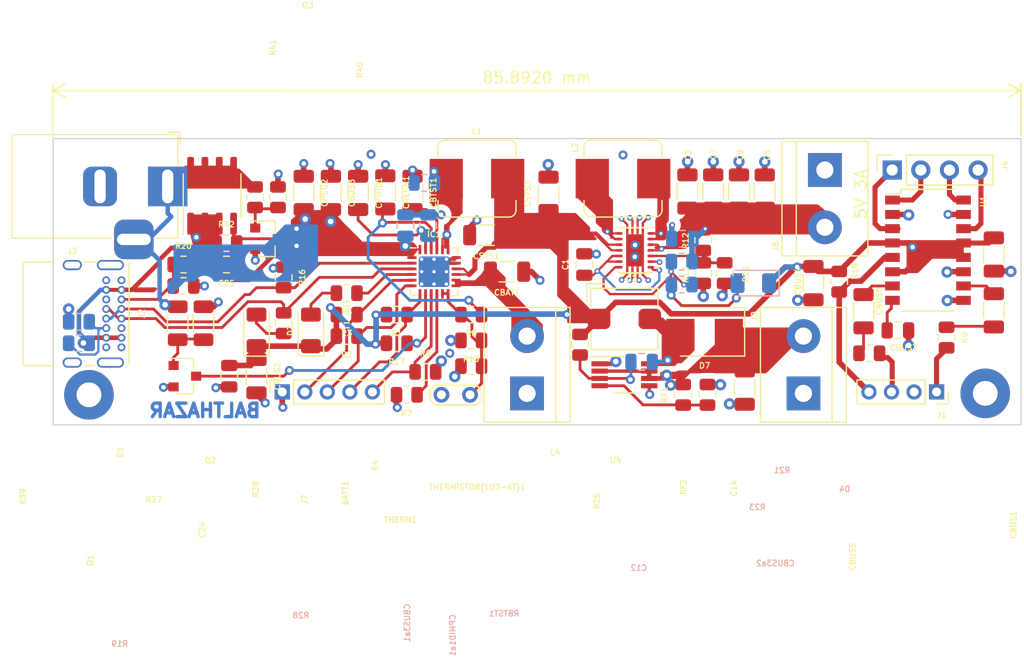
<source format=kicad_pcb>
(kicad_pcb (version 20220914) (generator pcbnew)
  (title_block (title "Balthazar PSU") (date "2022-10-11") (rev "v02") (company "Balthazar Foundation ") (comment 1 "License: CERN-OHL-S"))
  (layers (0 "F.Cu" signal) (1 "In1.Cu" power) (2 "In2.Cu" power) (31 "B.Cu" signal) (34 "B.Paste" user) (35 "F.Paste" user) (36 "B.SilkS" user "B.Silkscreen") (37 "F.SilkS" user "F.Silkscreen") (38 "B.Mask" user) (39 "F.Mask" user) (44 "Edge.Cuts" user))
  (net 0 "")
  (net 1 "PGND")
  (net 2 "Net-(CBTST1-Pad1)")
  (net 3 "Net-(BATT1-Pin_2)")
  (net 4 "VSYS")
  (net 5 "VBUS")
  (net 6 "Net-(CBUS5-Pad1)")
  (net 7 "Net-(U4-FREQ)")
  (net 8 "Net-(CBUS8-Pad1)")
  (net 9 "Net-(D7-A)")
  (net 10 "12V")
  (net 11 "Net-(Q1-G)")
  (net 12 "Net-(IC1-BTST)")
  (net 13 "Net-(U1-IN_R)")
  (net 14 "Net-(U1-VREF)")
  (net 15 "Net-(U1-IN_L)")
  (net 16 "Net-(IC1-REGN)")
  (net 17 "Net-(D1-C)")
  (net 18 "Net-(D2-C)")
  (net 19 "Net-(D4-C)")
  (net 20 "Net-(IC1-PSEL)")
  (net 21 "Net-(IC1-{slash}PG)")
  (net 22 "Net-(IC1-STAT)")
  (net 23 "Net-(IC1-SCL)")
  (net 24 "Net-(IC1-SDA)")
  (net 25 "Net-(IC1-INT)")
  (net 26 "Net-(IC1-OTG)")
  (net 27 "Net-(IC1-{slash}CE)")
  (net 28 "Net-(IC1-ILIM)")
  (net 29 "Net-(IC1-TS1)")
  (net 30 "Net-(IC1-SW)")
  (net 31 "Net-(J1-Pin_1)")
  (net 32 "Net-(J1-Pin_3)")
  (net 33 "Net-(J1-Pin_4)")
  (net 34 "Net-(J2-CC1)")
  (net 36 "5V")
  (net 37 "Net-(J2-CC2)")
  (net 39 "Net-(J4-Pin_1)")
  (net 40 "Net-(J4-Pin_2)")
  (net 41 "VPSU")
  (net 42 "Net-(J4-Pin_3)")
  (net 43 "POWERBANKOUT")
  (net 44 "Net-(J4-Pin_4)")
  (net 45 "Net-(Q2-G)")
  (net 46 "Net-(Q3-G)")
  (net 47 "Net-(U4-FB)")
  (net 48 "Net-(U3-EN)")
  (net 49 "Net-(U3-L1)")
  (net 50 "Net-(U3-L2)")
  (net 51 "Net-(R13-Pad2)")
  (net 52 "Net-(U3-PG)")
  (footprint "Capacitor_SMD:C_1206_3216Metric" (layer "F.Cu") (at 141.1 69.85 180)
    (fp_text reference "CBAT1")
    (fp_text value "10uF")
  )
  (footprint "Capacitor_SMD:C_1206_3216Metric" (layer "F.Cu") (at 132.715 62.865 -90)
    (fp_text reference "CBTST1")
    (fp_text value "1uF")
  )
  (footprint "Capacitor_SMD:C_1206_3216Metric" (layer "F.Cu") (at 184.277 68.326 -90)
    (fp_text reference "CBUS1")
    (fp_text value "10uF")
  )
  (footprint "Capacitor_SMD:C_1206_3216Metric" (layer "F.Cu") (at 118.872 79.121 -90)
    (fp_text reference "CBUS2")
    (fp_text value "1uF")
  )
  (footprint "Capacitor_SMD:C_1206_3216Metric" (layer "F.Cu") (at 125.476 62.865 -90)
    (fp_text reference "CBUS3")
    (fp_text value "1uF")
  )
  (footprint "Capacitor_SMD:C_1206_3216Metric" (layer "F.Cu") (at 168.275 70.866 90)
    (fp_text reference "CBUS4")
    (fp_text value "10uF")
  )
  (footprint "Capacitor_SMD:C_1206_3216Metric" (layer "F.Cu") (at 184.277 73.279 90)
    (fp_text reference "CBUS5")
    (fp_text value "1uF")
  )
  (footprint "Capacitor_SMD:C_0805_2012Metric" (layer "F.Cu") (at 175.768 75.057 180)
    (fp_text reference "CBUS7")
    (fp_text value "0.1uF")
  )
  (footprint "Capacitor_SMD:C_1206_3216Metric" (layer "F.Cu") (at 172.72 73.357 90)
    (fp_text reference "CBUS8")
    (fp_text value "1uF")
  )
  (footprint "Capacitor_SMD:C_1206_3216Metric" (layer "F.Cu") (at 127.889 62.865 -90)
    (fp_text reference "CPMID1")
    (fp_text value "10uF")
  )
  (footprint "Capacitor_SMD:C_1206_3216Metric" (layer "F.Cu") (at 139.2555 66.6115 180)
    (fp_text reference "CSYS1")
    (fp_text value "10uF")
  )
  (footprint "LED_SMD:LED_1206_3216Metric" (layer "F.Cu") (at 118.872 75.057 90)
    (fp_text reference "D1")
    (fp_text value "Led")
  )
  (footprint "LED_SMD:LED_1206_3216Metric" (layer "F.Cu") (at 123.698 75.057 90)
    (fp_text reference "D2")
    (fp_text value "Led")
  )
  (footprint "Resistor_SMD:R_0805_2012Metric" (layer "F.Cu") (at 121.285 74.422 -90)
    (fp_text reference "R4")
    (fp_text value "2K2")
  )
  (footprint "Resistor_SMD:R_0805_2012Metric" (layer "F.Cu") (at 126.873 71.755 180)
    (fp_text reference "R5")
    (fp_text value "2K2")
  )
  (footprint "Resistor_SMD:R_0805_2012Metric" (layer "F.Cu") (at 132.207 80.772 180)
    (fp_text reference "R7")
    (fp_text value "265")
  )
  (footprint "Resistor_SMD:R_0805_2012Metric" (layer "F.Cu") (at 137.925 73.66 180)
    (fp_text reference "R8")
    (fp_text value "2K2")
  )
  (footprint "Resistor_SMD:R_0805_2012Metric" (layer "F.Cu") (at 180.086 75.692 -90)
    (fp_text reference "R9")
    (fp_text value "2K2")
  )
  (footprint "Resistor_SMD:R_0805_2012Metric" (layer "F.Cu") (at 137.922 75.946 180)
    (fp_text reference "R10")
    (fp_text value "6K8")
  )
  (footprint "Resistor_SMD:R_0805_2012Metric" (layer "F.Cu") (at 173.228 77.089)
    (fp_text reference "R11" hide)
    (fp_text value "2K2")
  )
  (footprint "Capacitor_SMD:C_0805_2012Metric" (layer "F.Cu") (at 147.955 69.215 90)
    (fp_text reference "C1")
    (fp_text value "0.1uF" hide)
  )
  (footprint "Capacitor_SMD:C_1206_3216Metric" (layer "F.Cu") (at 157.099 62.738 90)
    (fp_text reference "C3")
    (fp_text value "22uF")
  )
  (footprint "Capacitor_SMD:C_1206_3216Metric" (layer "F.Cu") (at 163.957 62.741 90)
    (fp_text reference "C5")
    (fp_text value "22uF")
  )
  (footprint "Capacitor_SMD:C_1206_3216Metric" (layer "F.Cu") (at 159.385 62.735 90)
    (fp_text reference "C7")
    (fp_text value "22uF")
  )
  (footprint "Capacitor_SMD:C_1206_3216Metric" (layer "F.Cu") (at 161.671 62.738 90)
    (fp_text reference "C9")
    (fp_text value "22uF")
  )
  (footprint "Capacitor_SMD:C_1206_3216Metric" (layer "F.Cu") (at 123.063 62.865 -90)
    (fp_text reference "CPSU2")
    (fp_text value "1uF")
  )
  (footprint "Capacitor_SMD:C_1206_3216Metric" (layer "F.Cu") (at 144.78 62.943 90)
    (fp_text reference "CSYS3")
    (fp_text value "10uF")
  )
  (footprint "Resistor_SMD:R_0805_2012Metric" (layer "F.Cu") (at 158.496 67.056 90)
    (fp_text reference "R12")
    (fp_text value "1M")
  )
  (footprint "Resistor_SMD:R_0805_2012Metric" (layer "F.Cu") (at 158.496 69.977 90)
    (fp_text reference "R13")
    (fp_text value "180K")
  )
  (footprint "Resistor_SMD:R_0805_2012Metric" (layer "F.Cu") (at 137.922 78.232)
    (fp_text reference "THERMISTOR(103-AT)1")
    (fp_text value "10K")
  )
  (footprint "Capacitor_SMD:C_1206_3216Metric" (layer "F.Cu") (at 130.302 62.816 -90)
    (fp_text reference "CREGN1")
    (fp_text value "1uF")
  )
  (footprint "Package_SO:SOP-16_4.4x10.4mm_P1.27mm" (layer "F.Cu") (at 178.435 67.945)
    (fp_text reference "U1")
    (fp_text value "PAM8403-SOP16")
  )
  (footprint "Resistor_SMD:R_0805_2012Metric" (layer "F.Cu") (at 170.561 70.739 -90)
    (fp_text reference "R18")
    (fp_text value "10K")
  )
  (footprint "Package_DFN_QFN:QFN-24-1EP_4x4mm_P0.5mm_EP2.7x2.7mm_ThermalVias" (layer "F.Cu") (at 134.62 69.85)
    (fp_text reference "IC1")
    (fp_text value "BQ24193")
  )
  (footprint "TestPoint:TestPoint_2Pads_Pitch2.54mm_Drill0.8mm" (layer "F.Cu") (at 135.275 80.772)
    (fp_text reference "THERM1")
    (fp_text value "thermistor")
  )
  (footprint "Resistor_SMD:R_0805_2012Metric" (layer "F.Cu") (at 147.574 76.327 90)
    (fp_text reference "R25")
    (fp_text value "150K")
  )
  (footprint "TerminalBlock:TerminalBlock_bornier-2_P5.08mm" (layer "F.Cu") (at 142.875 80.645 90)
    (fp_text reference "BATT1")
    (fp_text value "1s LiPo")
  )
  (footprint "TerminalBlock:TerminalBlock_bornier-2_P5.08mm" (layer "F.Cu") (at 169.291 60.833 -90)
    (fp_text reference "J8")
    (fp_text value "5V 3A")
  )
  (footprint "TerminalBlock:TerminalBlock_bornier-2_P5.08mm" (layer "F.Cu") (at 167.386 80.645 90)
    (fp_text reference "J9")
    (fp_text value "12V 2A")
  )
  (footprint "Connector_USB:USB_C_Receptacle_GCT_USB4085" (layer "F.Cu") (at 106.895 70.612 -90)
    (fp_text reference "J2")
    (fp_text value "USB_C_Receptacle_USB2.0")
  )
  (footprint "Inductor_SMD:L_Bourns_SRP7028A_7.3x6.6mm" (layer "F.Cu") (at 138.43 61.595)
    (fp_text reference "L1")
    (fp_text value "2.2uH 4A")
  )
  (footprint "Inductor_SMD:L_Bourns_SRP7028A_7.3x6.6mm" (layer "F.Cu") (at 151.384 61.595)
    (fp_text reference "L2")
    (fp_text value "1.5uH 4A")
  )
  (footprint "Connector_BarrelJack:BarrelJack_Horizontal" (layer "F.Cu") (at 110.998 62.2885)
    (fp_text reference "J3")
    (fp_text value "5-15V / 3-5A")
  )
  (footprint "Capacitor_SMD:C_0805_2012Metric" (layer "F.Cu") (at 116.459 79.121 90)
    (fp_text reference "C24")
    (fp_text value "0.1uF")
  )
  (footprint "Capacitor_SMD:C_0805_2012Metric" (layer "F.Cu") (at 116.205 69.215 180)
    (fp_text reference "C25")
    (fp_text value "1nF")
  )
  (footprint "Package_TO_SOT_SMD:SOT-23" (layer "F.Cu") (at 112.522 79.121)
    (fp_text reference "Q2")
    (fp_text value "BSS138")
  )
  (footprint "Package_TO_SOT_SMD:SOT-23" (layer "F.Cu") (at 119.761 66.929)
    (fp_text reference "Q3")
    (fp_text value "BSS138")
  )
  (footprint "Resistor_SMD:R_0805_2012Metric" (layer "F.Cu") (at 112.395 69.215)
    (fp_text reference "R20")
    (fp_text value "56K")
  )
  (footprint "Resistor_SMD:R_0805_2012Metric" (layer "F.Cu") (at 112.395 71.12 180)
    (fp_text reference "R27")
    (fp_text value "5K1")
  )
  (footprint "Resistor_SMD:R_0805_2012Metric" (layer "F.Cu") (at 118.745 63.246 -90)
    (fp_text reference "R40")
    (fp_text value "262K")
  )
  (footprint "Resistor_SMD:R_0805_2012Metric" (layer "F.Cu") (at 120.777 63.246 90)
    (fp_text reference "R41")
    (fp_text value "100K")
  )
  (footprint "Resistor_SMD:R_0805_2012Metric" (layer "F.Cu") (at 116.205 67.31)
    (fp_text reference "R42")
    (fp_text value "10K")
  )
  (footprint "Resistor_SMD:R_0805_2012Metric" (layer "F.Cu") (at 131.318 73.66 180)
    (fp_text reference "R1")
    (fp_text value "10K")
  )
  (footprint "Resistor_SMD:R_0805_2012Metric" (layer "F.Cu") (at 126.873 75.565 180)
    (fp_text reference "R2")
    (fp_text value "10K")
  )
  (footprint "Resistor_SMD:R_0805_2012Metric" (layer "F.Cu") (at 126.873 73.66 180)
    (fp_text reference "R3")
    (fp_text value "10K")
  )
  (footprint "Resistor_SMD:R_0805_2012Metric" (layer "F.Cu") (at 133.855 78.74)
    (fp_text reference "R6")
    (fp_text value "10K")
  )
  (footprint "Resistor_SMD:R_0805_2012Metric" (layer "F.Cu") (at 121.285 70.358 -90)
    (fp_text reference "R16")
    (fp_text value "10K")
  )
  (footprint "Resistor_SMD:R_0805_2012Metric" (layer "F.Cu") (at 131.315 76.2 180)
    (fp_text reference "R17")
    (fp_text value "10K")
  )
  (footprint "Connector_PinSocket_2.54mm:PinSocket_1x04_P2.54mm_Vertical" (layer "F.Cu") (at 175.26 60.833 90)
    (fp_text reference "J4")
    (fp_text value "AudioOUT")
  )
  (footprint "Connector_PinSocket_2.00mm:PinSocket_1x05_P2.00mm_Vertical" (layer "F.Cu") (at 121.158 80.518 90)
    (fp_text reference "J7")
    (fp_text value "uC host")
  )
  (footprint "Connector_PinSocket_2.00mm:PinSocket_1x04_P2.00mm_Vertical" (layer "F.Cu") (at 179.197 80.518 -90)
    (fp_text reference "J1")
    (fp_text value "AudioIN")
  )
  (footprint "Resistor_SMD:R_1206_3216Metric" (layer "F.Cu") (at 111.887 74.422 -90)
    (fp_text reference "R38")
    (fp_text value "120K")
  )
  (footprint "Resistor_SMD:R_1206_3216Metric" (layer "F.Cu") (at 114.173 74.422 90)
    (fp_text reference "R39")
    (fp_text value "49K9")
  )
  (footprint "MountingHole:MountingHole_2.2mm_M2_Pad" (layer "F.Cu") (at 104.013 80.772)
    (fp_text reference "H3" hide)
    (fp_text value "hole" hide)
  )
  (footprint "MountingHole:MountingHole_2.2mm_M2_Pad" (layer "F.Cu") (at 183.515 80.645 180)
    (fp_text reference "H4" hide)
    (fp_text value "MountingHole_Pad" hide)
  )
  (footprint "Package_SO:SOIC-8_3.9x4.9mm_P1.27mm" (layer "F.Cu") (at 114.935 63.119 90)
    (fp_text reference "Q1")
    (fp_text value "IRF7404")
  )
  (footprint "Capacitor_SMD:C_1206_3216Metric" (layer "F.Cu") (at 162.179 80.137 -90)
    (fp_text reference "C14")
    (fp_text value "22uF")
  )
  (footprint "Resistor_SMD:R_0805_2012Metric" (layer "F.Cu") (at 158.877 80.772 -90)
    (fp_text reference "RF2")
    (fp_text value "100K")
  )
  (footprint "Resistor_SMD:R_0805_2012Metric" (layer "F.Cu") (at 156.718 80.772 90)
    (fp_text reference "RF1")
    (fp_text value "820K")
  )
  (footprint "Inductor_SMD:L_Bourns_SRP5030T" (layer "F.Cu") (at 151.511 74.041)
    (fp_text reference "L4")
    (fp_text value "4.7uH 2A")
  )
  (footprint "Diode_SMD:D_SMB" (layer "F.Cu") (at 158.623 75.184 180)
    (fp_text reference "D7")
    (fp_text value "B320")
  )
  (footprint "Resistor_SMD:R_0805_2012Metric" (layer "F.Cu") (at 160.401 69.977 90)
    (fp_text reference "R22")
    (fp_text value "270K")
  )
  (footprint "TPS63020:QFN14-3X4MM" (layer "F.Cu") (at 152.45 67.9575 180)
    (fp_text reference "U3")
    (fp_text value "TPS63020")
  )
  (footprint "Package_SO:VSSOP-8_3.0x3.0mm_P0.65mm" (layer "F.Cu") (at 151.511 78.994)
    (fp_text reference "U4")
    (fp_text value "LM2623")
  )
  (footprint "LED_SMD:LED_1206_3216Metric" (layer "B.Cu") (at 162.941 70.866 180)
    (fp_text reference "D4")
    (fp_text value "Led")
  )
  (footprint "Resistor_SMD:R_0805_2012Metric" (layer "B.Cu") (at 156.591 70.993)
    (fp_text reference "R21")
    (fp_text value "2K2")
  )
  (footprint "Resistor_SMD:R_0805_2012Metric" (layer "B.Cu") (at 156.591 68.961)
    (fp_text reference "R23")
    (fp_text value "1M")
  )
  (footprint "Resistor_SMD:R_0805_2012Metric" (layer "B.Cu") (at 133.7545 61.976)
    (fp_text reference "RBTST1")
    (fp_text value "R")
  )
  (footprint "Capacitor_SMD:C_0805_2012Metric" (layer "B.Cu") (at 132.08 65.7605 -90)
    (fp_text reference "CBUS3a1")
    (fp_text value "0.1uF")
  )
  (footprint "Capacitor_SMD:C_0805_2012Metric" (layer "B.Cu") (at 156.652 66.929)
    (fp_text reference "CBUS3a2")
    (fp_text value "0.1uF")
  )
  (footprint "Capacitor_SMD:C_0805_2012Metric" (layer "B.Cu") (at 134.112 65.7605 -90)
    (fp_text reference "CPMID1a1")
    (fp_text value "0.1uF")
  )
  (footprint "Resistor_SMD:R_0805_2012Metric" (layer "B.Cu") (at 103.124 74.295)
    (fp_text reference "R19")
    (fp_text value "5K1")
  )
  (footprint "Resistor_SMD:R_0805_2012Metric" (layer "B.Cu") (at 103.124 76.2)
    (fp_text reference "R28")
    (fp_text value "56K")
  )
  (footprint "Capacitor_SMD:C_0805_2012Metric" (layer "B.Cu") (at 153.035 77.851)
    (fp_text reference "C12")
    (fp_text value "4.7pF")
  )
  (gr_line (start 186.69 58.039) (end 100.838 58.039) (stroke (width 0.1)) (layer "Edge.Cuts"))
  (gr_line (start 100.838 83.439) (end 186.69 83.439) (stroke (width 0.1)) (layer "Edge.Cuts"))
  (gr_line (start 186.69 83.439) (end 186.69 58.039) (stroke (width 0.1)) (layer "Edge.Cuts"))
  (gr_line (start 100.838 58.039) (end 100.838 83.439) (stroke (width 0.1)) (layer "Edge.Cuts"))
  (gr_text "BALTHAZAR" (at 114.3 82.169) (layer "B.Cu") (effects (font (size 1.2 1.2) (thickness 0.3)) (justify mirror)))
  (dimension (type aligned) (layer "F.SilkS") (pts (xy 100.798 57.7885) (xy 186.69 57.785)) (height -4.001945) (gr_text "85.8920 mm" (at 143.74379 52.634805 0.002334736974) (layer "F.SilkS") (effects (font (size 1 1) (thickness 0.15)))) (format (units 2) (units_format 1) (precision 4)) (style (thickness 0.15) (arrow_length 1.27) (text_position_mode 0) (extension_height 0.58642) (extension_offset 0) keep_text_aligned))
  (segment (start 166.919 72.341) (end 166.88 72.38) (width 0.5) (layer "F.Cu") (net 1))
  (segment (start 175.285 64.775) (end 176.675 64.775) (width 0.5) (layer "F.Cu") (net 1))
  (segment (start 136.114 75.946) (end 136.11 75.95) (width 0.4) (layer "F.Cu") (net 1))
  (segment (start 118.761 67.879) (end 118.761 68.831) (width 0.5) (layer "F.Cu") (net 1))
  (segment (start 154.572141 68.9575) (end 154.621641 69.007) (width 0.2) (layer "F.Cu") (net 1))
  (segment (start 163.957 60.103) (end 163.96 60.1) (width 0.5) (layer "F.Cu") (net 1))
  (segment (start 160.0095 79.8595) (end 160.03 79.88) (width 0.5) (layer "F.Cu") (net 1))
  (segment (start 158.877 79.8595) (end 160.0095 79.8595) (width 0.5) (layer "F.Cu") (net 1))
  (segment (start 168.275 72.341) (end 166.919 72.341) (width 0.5) (layer "F.Cu") (net 1))
  (segment (start 130.302 61.341) (end 130.302 60.368) (width 0.5) (layer "F.Cu") (net 1))
  (segment (start 136.4325 68.75) (end 135.72 68.75) (width 0.3) (layer "F.Cu") (net 1))
  (segment (start 159.385 60.095) (end 159.39 60.09) (width 0.5) (layer "F.Cu") (net 1))
  (segment (start 152.22 69.67) (end 152.22 70.37) (width 0.2) (layer "F.Cu") (net 1))
  (segment (start 123.063 61.39) (end 123.063 60.267) (width 0.5) (layer "F.Cu") (net 1))
  (segment (start 160.401 70.8895) (end 160.401 71.759) (width 0.5) (layer "F.Cu") (net 1))
  (segment (start 118.872 80.712501) (end 119.649499 81.49) (width 0.5) (layer "F.Cu") (net 1))
  (segment (start 120.777 61.213) (end 120.8 61.19) (width 0.5) (layer "F.Cu") (net 1))
  (segment (start 136.07 69.1) (end 135.72 68.75) (width 0.3) (layer "F.Cu") (net 1))
  (segment (start 137.0095 75.946) (end 136.114 75.946) (width 0.4) (layer "F.Cu") (net 1))
  (segment (start 159.385 61.26) (end 159.385 60.095) (width 0.5) (layer "F.Cu") (net 1))
  (segment (start 152.22 66.245) (end 152.22 65.3) (width 0.2) (layer "F.Cu") (net 1))
  (segment (start 152.68 65.25) (end 152.85 65.08) (width 0.2) (layer "F.Cu") (net 1))
  (segment (start 151.76 70.08) (end 151.26 70.58) (width 0.2) (layer "F.Cu") (net 1))
  (segment (start 181.585 64.775) (end 180.218 64.775) (width 0.5) (layer "F.Cu") (net 1))
  (segment (start 184.277 69.801) (end 185.761 69.801) (width 0.5) (layer "F.Cu") (net 1))
  (segment (start 158.496 70.8895) (end 158.496 72.021839) (width 0.5) (layer "F.Cu") (net 1))
  (segment (start 111.522 80.071) (end 110.659 80.071) (width 0.5) (layer "F.Cu") (net 1))
  (segment (start 181.585 72.395) (end 180.165 72.395) (width 0.5) (layer "F.Cu") (net 1))
  (segment (start 131.2945 80.772) (end 131.2945 81.8345) (width 0.5) (layer "F.Cu") (net 1))
  (segment (start 181.585 69.855) (end 180.155 69.855) (width 0.5) (layer "F.Cu") (net 1))
  (segment (start 144.78 61.468) (end 144.78 60.38) (width 0.5) (layer "F.Cu") (net 1))
  (segment (start 136.5825 68.6) (end 136.4325 68.75) (width 0.3) (layer "F.Cu") (net 1))
  (segment (start 163.957 61.266) (end 163.957 60.103) (width 0.5) (layer "F.Cu") (net 1))
  (segment (start 127.889 61.39) (end 127.889 60.351) (width 0.5) (layer "F.Cu") (net 1))
  (segment (start 160.862 81.612) (end 160.83 81.58) (width 0.5) (layer "F.Cu") (net 1))
  (segment (start 176.718 75.057) (end 176.718 76.392) (width 0.5) (layer "F.Cu") (net 1))
  (segment (start 162.179 81.612) (end 160.862 81.612) (width 0.5) (layer "F.Cu") (net 1))
  (segment (start 121.158 80.518) (end 121.158 81.838) (width 0.5) (layer "F.Cu") (net 1))
  (segment (start 142.575 69.85) (end 143.256 69.85) (width 0.5) (layer "F.Cu") (net 1))
  (segment (start 120.455164 69.4455) (end 120.355408 69.545256) (width 0.5) (layer "F.Cu") (net 1))
  (segment (start 152.68 69.67) (end 152.68 70.49) (width 0.2) (layer "F.Cu") (net 1))
  (segment (start 118.872 80.596) (end 118.872 80.712501) (width 0.5) (layer "F.Cu") (net 1))
  (segment (start 148.995 68.265) (end 149.02 68.29) (width 0.5) (layer "F.Cu") (net 1))
  (segment (start 151.76 65.67) (end 151.25 65.16) (width 0.2) (layer "F.Cu") (net 1))
  (segment (start 120.777 62.3335) (end 120.777 61.213) (width 0.5) (layer "F.Cu") (net 1))
  (segment (start 149.311 78.019) (end 150.546244 78.019) (width 0.4) (layer "F.Cu") (net 1))
  (segment (start 121.158 81.838) (end 121.21 81.89) (width 0.5) (layer "F.Cu") (net 1))
  (segment (start 143.256 69.85) (end 144.018 70.612) (width 0.5) (layer "F.Cu") (net 1))
  (segment (start 115.339 80.071) (end 115.27 80.14) (width 0.5) (layer "F.Cu") (net 1))
  (segment (start 152.68 70.49) (end 152.8 70.61) (width 0.2) (layer "F.Cu") (net 1))
  (segment (start 137.0095 78.6005) (end 136.46 79.15) (width 0.4) (layer "F.Cu") (net 1))
  (segment (start 153.14 65.53) (end 153.62 65.05) (width 0.2) (layer "F.Cu") (net 1))
  (segment (start 134.7675 78.2725) (end 135.27 77.77) (width 0.4) (layer "F.Cu") (net 1))
  (segment (start 116.459 80.071) (end 115.339 80.071) (width 0.5) (layer "F.Cu") (net 1))
  (segment (start 152.22 70.37) (end 151.98 70.61) (width 0.2) (layer "F.Cu") (net 1))
  (segment (start 147.955 68.265) (end 148.995 68.265) (width 0.5) (layer "F.Cu") (net 1))
  (segment (start 131.2945 81.8345) (end 131.36 81.9) (width 0.5) (layer "F.Cu") (net 1))
  (segment (start 125.476 61.39) (end 125.476 60.336) (width 0.5) (layer "F.Cu") (net 1))
  (segment (start 136.5825 69.1) (end 136.07 69.1) (width 0.3) (layer "F.Cu") (net 1))
  (segment (start 185.761 69.801) (end 185.79 69.83) (width 0.5) (layer "F.Cu") (net 1))
  (segment (start 137.7805 65.9275) (end 138.43 65.278) (width 0.5) (layer "F.Cu") (net 1))
  (segment (start 153.711 79.969) (end 153.711 80.701) (width 0.3) (layer "F.Cu") (net 1))
  (segment (start 151.76 66.245) (end 151.76 65.67) (width 0.2) (layer "F.Cu") (net 1))
  (segment (start 137.0095 78.232) (end 137.0095 78.6005) (width 0.4) (layer "F.Cu") (net 1))
  (segment (start 157.099 60.111) (end 157.12 60.09) (width 0.5) (layer "F.Cu") (net 1))
  (segment (start 134.7675 78.74) (end 134.7675 78.2725) (width 0.4) (layer "F.Cu") (net 1))
  (segment (start 153.85 68.9575) (end 154.572141 68.9575) (width 0.2) (layer "F.Cu") (net 1))
  (segment (start 127.889 60.351) (end 127.89 60.35) (width 0.5) (layer "F.Cu") (net 1))
  (segment (start 150.546244 78.019) (end 150.745744 77.8195) (width 0.4) (layer "F.Cu") (net 1))
  (segment (start 153.711 80.701) (end 153.75 80.74) (width 0.3) (layer "F.Cu") (net 1))
  (segment (start 153.14 69.67) (end 153.14 70.13) (width 0.2) (layer "F.Cu") (net 1))
  (segment (start 125.476 60.336) (end 125.4 60.26) (width 0.5) (layer "F.Cu") (net 1))
  (segment (start 153.14 70.13) (end 153.62 70.61) (width 0.2) (layer "F.Cu") (net 1))
  (segment (start 110.659 80.071) (end 110.62 80.11) (width 0.5) (layer "F.Cu") (net 1))
  (segment (start 180.155 69.855) (end 180.13 69.88) (width 0.5) (layer "F.Cu") (net 1))
  (segment (start 152.22 65.3) (end 152 65.08) (width 0.2) (layer "F.Cu") (net 1))
  (segment (start 123.063 60.267) (end 123.07 60.26) (width 0.5) (layer "F.Cu") (net 1))
  (segment (start 157.099 61.263) (end 157.099 60.111) (width 0.5) (layer "F.Cu") (net 1))
  (segment (start 153.14 66.245) (end 153.14 65.53) (width 0.2) (layer "F.Cu") (net 1))
  (segment (start 160.401 71.759) (end 160.18 71.98) (width 0.5) (layer "F.Cu") (net 1))
  (segment (start 137.7805 66.6115) (end 137.7805 65.9275) (width 0.5) (layer "F.Cu") (net 1))
  (segment (start 152.68 66.245) (end 152.68 65.25) (width 0.2) (layer "F.Cu") (net 1))
  (segment (start 118.761 68.831) (end 118.77 68.84) (width 0.5) (layer "F.Cu") (net 1))
  (segment (start 180.218 64.775) (end 180.213 64.77) (width 0.5) (layer "F.Cu") (net 1))
  (segment (start 113.3075 71.12) (end 114.26 71.12) (width 0.5) (layer "F.Cu") (net 1))
  (segment (start 158.496 72.021839) (end 158.508711 72.03455) (width 0.5) (layer "F.Cu") (net 1))
  (segment (start 121.285 69.4455) (end 120.455164 69.4455) (width 0.5) (layer "F.Cu") (net 1))
  (segment (start 151.76 69.67) (end 151.76 70.08) (width 0.2) (layer "F.Cu") (net 1))
  (segment (start 176.675 64.775) (end 176.72 64.82) (width 0.5) (layer "F.Cu") (net 1))
  (segment (start 161.671 60.091) (end 161.67 60.09) (width 0.5) (layer "F.Cu") (net 1))
  (segment (start 176.718 76.392) (end 176.71 76.4) (width 0.5) (layer "F.Cu") (net 1))
  (segment (start 144.78 60.38) (end 144.75 60.35) (width 0.5) (layer "F.Cu") (net 1))
  (segment (start 180.165 72.395) (end 180.15 72.41) (width 0.5) (layer "F.Cu") (net 1))
  (segment (start 161.671 61.263) (end 161.671 60.091) (width 0.5) (layer "F.Cu") (net 1))
  (segment (start 130.302 60.368) (end 130.31 60.36) (width 0.5) (layer "F.Cu") (net 1))
  (segment (start 115.0705 72.9595) (end 115.49 72.54) (width 0.5) (layer "F.Cu") (net 1))
  (segment (start 114.173 72.9595) (end 115.0705 72.9595) (width 0.5) (layer "F.Cu") (net 1))
  (via (at 180.213 64.77) (size 0.8) (drill 0.4) (layers "F.Cu" "B.Cu") (net 1))
  (via (at 151.384 59.4995) (size 0.8) (drill 0.4) (layers "F.Cu" "B.Cu") (net 1))
  (via (at 138.43 65.278) (size 0.8) (drill 0.4) (layers "F.Cu" "B.Cu") (net 1))
  (via (at 161.67 60.09) (size 1) (drill 0.5) (layers "F.Cu" "B.Cu") (net 1))
  (via (at 160.83 81.58) (size 1) (drill 0.5) (layers "F.Cu" "B.Cu") (net 1))
  (via (at 115.27 80.14) (size 0.8) (drill 0.4) (layers "F.Cu" "B.Cu") (net 1))
  (via (at 144.018 70.612) (size 0.8) (drill 0.4) (layers "F.Cu" "B.Cu") (net 1))
  (via (at 151.26 70.58) (size 0.5) (drill 0.25) (layers "F.Cu" "B.Cu") (net 1))
  (via (at 102.21 73.16) (size 1) (drill 0.5) (layers "F.Cu" "B.Cu") (net 1))
  (via (at 123.07 60.26) (size 0.8) (drill 0.4) (layers "F.Cu" "B.Cu") (net 1))
  (via (at 166.88 72.38) (size 1) (drill 0.5) (layers "F.Cu" "B.Cu") (net 1))
  (via (at 159.39 60.09) (size 1) (drill 0.5) (layers "F.Cu" "B.Cu") (net 1))
  (via (at 136.017 77.089) (size 0.8) (drill 0.4) (layers "F.Cu" "B.Cu") (net 1))
  (via (at 153.62 65.05) (size 0.5) (drill 0.25) (layers "F.Cu" "B.Cu") (net 1))
  (via (at 152.8 70.61) (size 0.5) (drill 0.25) (layers "F.Cu" "B.Cu") (net 1))
  (via (at 120.8 61.19) (size 0.8) (drill 0.4) (layers "F.Cu" "B.Cu") (net 1))
  (via (at 136.46 79.15) (size 1) (drill 0.5) (layers "F.Cu" "B.Cu") (net 1))
  (via (at 185.79 69.83) (size 1) (drill 0.5) (layers "F.Cu" "B.Cu") (net 1))
  (via (at 163.96 60.1) (size 1) (drill 0.5) (layers "F.Cu" "B.Cu") (net 1))
  (via (at 153.75 80.74) (size 0.8) (drill 0.4) (layers "F.Cu" "B.Cu") (net 1))
  (via (at 180.15 72.41) (size 1) (drill 0.5) (layers "F.Cu" "B.Cu") (net 1))
  (via (at 152.45 67.49) (size 0.8) (drill 0.4) (layers "F.Cu" "B.Cu") (net 1))
  (via (at 152 65.08) (size 0.5) (drill 0.25) (layers "F.Cu" "B.Cu") (net 1))
  (via (at 144.75 60.35) (size 1) (drill 0.5) (layers "F.Cu" "B.Cu") (net 1))
  (via (at 152.85 65.08) (size 0.5) (drill 0.25) (layers "F.Cu" "B.Cu") (net 1))
  (via (at 121.21 81.89) (size 0.8) (drill 0.4) (layers "F.Cu" "B.Cu") (net 1))
  (via (at 135.25 64.8) (size 0.8) (drill 0.4) (layers "F.Cu" "B.Cu") (net 1))
  (via (at 157.12 60.09) (size 1) (drill 0.5) (layers "F.Cu" "B.Cu") (net 1))
  (via (at 151.98 70.61) (size 0.5) (drill 0.25) (layers "F.Cu" "B.Cu") (net 1))
  (via (at 114.26 71.12) (size 0.8) (drill 0.4) (layers "F.Cu" "B.Cu") (net 1))
  (via (at 127.89 60.35) (size 0.8) (drill 0.4) (layers "F.Cu" "B.Cu") (net 1))
  (via (at 158.508711 72.03455) (size 1) (drill 0.5) (layers "F.Cu" "B.Cu") (net 1))
  (via (at 152.43 68.53) (size 0.8) (drill 0.4) (layers "F.Cu" "B.Cu") (net 1))
  (via (at 154.621641 69.007) (size 0.5) (drill 0.25) (layers "F.Cu" "B.Cu") (net 1))
  (via (at 136.11 75.95) (size 1) (drill 0.5) (layers "F.Cu" "B.Cu") (net 1))
  (via (at 130.31 60.36) (size 0.8) (drill 0.4) (layers "F.Cu" "B.Cu") (net 1))
  (via (at 129.032 59.436) (size 0.8) (drill 0.4) (layers "F.Cu" "B.Cu") (net 1))
  (via (at 155.75 65.71) (size 0.5) (drill 0.25) (layers "F.Cu" "B.Cu") (net 1))
  (via (at 153.62 70.61) (size 0.5) (drill 0.25) (layers "F.Cu" "B.Cu") (net 1))
  (via (at 131.36 81.9) (size 0.8) (drill 0.4) (layers "F.Cu" "B.Cu") (net 1))
  (via (at 150.745744 77.8195) (size 1) (drill 0.5) (layers "F.Cu" "B.Cu") (net 1))
  (via (at 118.77 68.84) (size 0.8) (drill 0.4) (layers "F.Cu" "B.Cu") (net 1))
  (via (at 110.62 80.11) (size 0.8) (drill 0.4) (layers "F.Cu" "B.Cu") (net 1))
  (via (at 160.03 79.88) (size 1) (drill 0.5) (layers "F.Cu" "B.Cu") (net 1))
  (via (at 135.27 77.77) (size 1) (drill 0.5) (layers "F.Cu" "B.Cu") (net 1))
  (via (at 120.355408 69.545256) (size 0.8) (drill 0.4) (layers "F.Cu" "B.Cu") (net 1))
  (via (at 125.4 60.26) (size 0.8) (drill 0.4) (layers "F.Cu" "B.Cu") (net 1))
  (via (at 151.25 65.16) (size 0.5) (drill 0.25) (layers "F.Cu" "B.Cu") (net 1))
  (via (at 176.72 64.82) (size 1) (drill 0.5) (layers "F.Cu" "B.Cu") (net 1))
  (via (at 160.18 71.98) (size 1) (drill 0.5) (layers "F.Cu" "B.Cu") (net 1))
  (via (at 180.13 69.88) (size 1) (drill 0.5) (layers "F.Cu" "B.Cu") (net 1))
  (via (at 176.71 76.4) (size 1) (drill 0.5) (layers "F.Cu" "B.Cu") (net 1))
  (via (at 119.649499 81.49) (size 0.8) (drill 0.4) (layers "F.Cu" "B.Cu") (net 1))
  (via (at 115.49 72.54) (size 0.8) (drill 0.4) (layers "F.Cu" "B.Cu") (net 1))
  (via (at 149.02 68.29) (size 0.8) (drill 0.4) (layers "F.Cu" "B.Cu") (net 1))
  (segment (start 135.2395 64.8105) (end 135.25 64.8) (width 0.5) (layer "B.Cu") (net 1))
  (segment (start 102.2115 74.295) (end 102.2115 73.1615) (width 0.4) (layer "B.Cu") (net 1))
  (segment (start 155.702 66.929) (end 155.702 65.758) (width 0.5) (layer "B.Cu") (net 1))
  (segment (start 134.112 64.8105) (end 135.2395 64.8105) (width 0.5) (layer "B.Cu") (net 1))
  (segment (start 132.08 64.8105) (end 134.112 64.8105) (width 0.5) (layer "B.Cu") (net 1))
  (segment (start 155.702 65.758) (end 155.75 65.71) (width 0.5) (layer "B.Cu") (net 1))
  (segment (start 102.2115 73.1615) (end 102.21 73.16) (width 0.4) (layer "B.Cu") (net 1))
  (segment (start 132.728 60.846) (end 132.715 60.833) (width 0.25) (layer "F.Cu") (net 2))
  (segment (start 132.715 60.833) (end 132.715 61.722) (width 0.25) (layer "F.Cu") (net 2))
  (segment (start 133.096 60.846) (end 132.728 60.846) (width 0.25) (layer "F.Cu") (net 2))
  (via (at 132.715 60.833) (size 0.8) (drill 0.4) (layers "F.Cu" "B.Cu") (net 2))
  (segment (start 132.715 61.849) (end 132.842 61.976) (width 0.25) (layer "B.Cu") (net 2))
  (segment (start 132.715 60.833) (end 132.715 61.849) (width 0.25) (layer "B.Cu") (net 2))
  (segment (start 136.5575 70.739) (end 139.5915 70.739) (width 0.25) (layer "F.Cu") (net 3))
  (segment (start 149.14 66.74) (end 148.94 66.54) (width 0.2) (layer "F.Cu") (net 4))
  (segment (start 176.705 67.305) (end 177.07 67.67) (width 0.5) (layer "F.Cu") (net 4))
  (segment (start 170.561 69.8265) (end 173.0825 67.305) (width 0.5) (layer "F.Cu") (net 4))
  (segment (start 136.5825 69.6) (end 137.24 69.6) (width 0.2) (layer "F.Cu") (net 4))
  (segment (start 125.9605 73.66) (end 125.9605 75.565) (width 0.5) (layer "F.Cu") (net 4))
  (segment (start 168.275 69.391) (end 166.879 69.391) (width 0.5) (layer "F.Cu") (net 4))
  (segment (start 175.285 67.305) (end 176.705 67.305) (width 0.5) (layer "F.Cu") (net 4))
  (segment (start 147.8875 75.4145) (end 149.261 74.041) (width 0.5) (layer "F.Cu") (net 4))
  (segment (start 151.05 67.9575) (end 150.3575 67.9575) (width 0.2) (layer "F.Cu") (net 4))
  (segment (start 183.818 67.31) (end 184.277 66.851) (width 0.45) (layer "F.Cu") (net 4))
  (segment (start 140.7305 66.6115) (end 139.96 67.382) (width 0.45) (layer "F.Cu") (net 4))
  (segment (start 168.7105 69.8265) (end 168.275 69.391) (width 0.5) (layer "F.Cu") (net 4))
  (segment (start 170.561 69.8265) (end 168.7105 69.8265) (width 0.5) (layer "F.Cu") (net 4))
  (segment (start 181.685 67.31) (end 183.818 67.31) (width 0.45) (layer "F.Cu") (net 4))
  (segment (start 150.3575 67.9575) (end 149.14 66.74) (width 0.2) (layer "F.Cu") (net 4))
  (segment (start 175.285 69.855) (end 176.435 69.855) (width 0.5) (layer "F.Cu") (net 4))
  (segment (start 177.07 69.22) (end 177.07 67.67) (width 0.5) (layer "F.Cu") (net 4))
  (segment (start 166.83 69.44) (end 166.72 69.44) (width 0.5) (layer "F.Cu") (net 4))
  (segment (start 147.574 75.4145) (end 147.8875 75.4145) (width 0.5) (layer "F.Cu") (net 4))
  (segment (start 118.872 77.646) (end 118.872 76.457) (width 0.5) (layer "F.Cu") (net 4))
  (segment (start 130.4055 73.66) (end 129.5 73.66) (width 0.5) (layer "F.Cu") (net 4))
  (segment (start 138.25 69.59) (end 137.74 70.1) (width 0.45) (layer "F.Cu") (net 4))
  (segment (start 125.44 73.1395) (end 125.9605 73.66) (width 0.5) (layer "F.Cu") (net 4))
  (segment (start 136.5825 70.1) (end 137.74 70.1) (width 0.2) (layer "F.Cu") (net 4))
  (segment (start 140.7305 66.6115) (end 140.26 67.082) (width 0.5) (layer "F.Cu") (net 4))
  (segment (start 116.459 78.171) (end 118.347 78.171) (width 0.5) (layer "F.Cu") (net 4))
  (segment (start 123.698 76.457) (end 118.872 76.457) (width 0.5) (layer "F.Cu") (net 4))
  (segment (start 173.0825 67.305) (end 175.285 67.305) (width 0.5) (layer "F.Cu") (net 4))
  (segment (start 139.96 67.382) (end 139.96 67.68359) (width 0.45) (layer "F.Cu") (net 4))
  (segment (start 148.87 73.65) (end 149.261 74.041) (width 0.5) (layer "F.Cu") (net 4))
  (segment (start 125.11 76.7) (end 123.941 76.7) (width 0.5) (layer "F.Cu") (net 4))
  (segment (start 148.94 66.54) (end 148.18 66.54) (width 0.2) (layer "F.Cu") (net 4))
  (segment (start 118.347 78.171) (end 118.872 77.646) (width 0.5) (layer "F.Cu") (net 4))
  (segment (start 137.24 69.6) (end 137.74 70.1) (width 0.2) (layer "F.Cu") (net 4))
  (segment (start 162.576 73.584) (end 155.654 73.584) (width 0.5) (layer "F.Cu") (net 4))
  (segment (start 139.27641 67.68359) (end 138.25 68.71) (width 0.45) (layer "F.Cu") (net 4))
  (segment (start 130.4025 76.2) (end 129.51 76.2) (width 0.5) (layer "F.Cu") (net 4))
  (segment (start 129.5 73.66) (end 129.47 73.69) (width 0.5) (layer "F.Cu") (net 4))
  (segment (start 166.72 69.44) (end 162.576 73.584) (width 0.5) (layer "F.Cu") (net 4))
  (segment (start 149.41 66.78) (end 149.02 66.39) (width 0.2) (layer "F.Cu") (net 4))
  (segment (start 155.654 73.584) (end 154.64 72.57) (width 0.5) (layer "F.Cu") (net 4))
  (segment (start 129.51 76.2) (end 129.43 76.28) (width 0.5) (layer "F.Cu") (net 4))
  (segment (start 150.0875 67.4575) (end 149.41 66.78) (width 0.2) (layer "F.Cu") (net 4))
  (segment (start 146.41 73.65) (end 148.87 73.65) (width 0.5) (layer "F.Cu") (net 4))
  (segment (start 123.941 76.7) (end 123.698 76.457) (width 0.5) (layer "F.Cu") (net 4))
  (segment (start 125.9605 75.8495) (end 125.11 76.7) (width 0.5) (layer "F.Cu") (net 4))
  (segment (start 154.64 72.57) (end 150.732 72.57) (width 0.5) (layer "F.Cu") (net 4))
  (segment (start 125.44 73.04) (end 125.44 73.1395) (width 0.5) (layer "F.Cu") (net 4))
  (segment (start 138.25 68.71) (end 138.25 69.59) (width 0.45) (layer "F.Cu") (net 4))
  (segment (start 166.879 69.391) (end 166.83 69.44) (width 0.5) (layer "F.Cu") (net 4))
  (segment (start 150.732 72.57) (end 149.261 74.041) (width 0.5) (layer "F.Cu") (net 4))
  (segment (start 149.02 66.39) (end 148.21 66.39) (width 0.2) (layer "F.Cu") (net 4))
  (segment (start 151.05 67.4575) (end 150.0875 67.4575) (width 0.2) (layer "F.Cu") (net 4))
  (segment (start 125.9605 75.565) (end 125.9605 75.8495) (width 0.5) (layer "F.Cu") (net 4))
  (segment (start 176.435 69.855) (end 177.07 69.22) (width 0.5) (layer "F.Cu") (net 4))
  (segment (start 139.96 67.68359) (end 139.27641 67.68359) (width 0.45) (layer "F.Cu") (net 4))
  (via (at 166.83 69.44) (size 0.8) (drill 0.4) (layers "F.Cu" "B.Cu") (net 4))
  (via (at 129.47 73.69) (size 0.8) (drill 0.4) (layers "F.Cu" "B.Cu") (net 4))
  (via (at 177.07 67.67) (size 0.8) (drill 0.4) (layers "F.Cu" "B.Cu") (net 4))
  (via (at 129.43 76.28) (size 0.8) (drill 0.4) (layers "F.Cu" "B.Cu") (net 4))
  (via (at 146.41 73.65) (size 0.8) (drill 0.4) (layers "F.Cu" "B.Cu") (net 4))
  (via (at 125.44 73.04) (size 0.8) (drill 0.4) (layers "F.Cu" "B.Cu") (net 4))
  (segment (start 129.43 76.28) (end 128.68 76.28) (width 0.5) (layer "B.Cu") (net 4))
  (segment (start 129.545 73.615) (end 146.375 73.615) (width 0.5) (layer "B.Cu") (net 4))
  (segment (start 128.68 76.28) (end 125.44 73.04) (width 0.5) (layer "B.Cu") (net 4))
  (segment (start 166.83 69.44) (end 165.767 69.44) (width 0.5) (layer "B.Cu") (net 4))
  (segment (start 129.47 73.69) (end 129.545 73.615) (width 0.5) (layer "B.Cu") (net 4))
  (segment (start 146.375 73.615) (end 146.41 73.65) (width 0.5) (layer "B.Cu") (net 4))
  (segment (start 129.48 76.23) (end 129.43 76.28) (width 0.5) (layer "B.Cu") (net 4))
  (segment (start 129.48 73.71) (end 129.48 76.23) (width 0.5) (layer "B.Cu") (net 4))
  (segment (start 165.767 69.44) (end 164.341 70.866) (width 0.5) (layer "B.Cu") (net 4))
  (segment (start 103.988 75.712) (end 105.545 75.712) (width 0.4) (layer "F.Cu") (net 5))
  (segment (start 118.19 70.58) (end 121.041 67.729) (width 0.4) (layer "F.Cu") (net 5))
  (segment (start 116.4 70.58) (end 118.19 70.58) (width 0.4) (layer "F.Cu") (net 5))
  (segment (start 115.255 69.215) (end 115.255 69.435) (width 0.4) (layer "F.Cu") (net 5))
  (segment (start 103.52 76.18) (end 103.988 75.712) (width 0.4) (layer "F.Cu") (net 5))
  (segment (start 105.497 71.462) (end 106.847 71.462) (width 0.35) (layer "F.Cu") (net 5))
  (segment (start 113.3075 69.215) (end 113.3075 68.8175) (width 0.4) (layer "F.Cu") (net 5))
  (segment (start 132.6575 68.1475) (end 132.08 67.57) (width 0.2) (layer "F.Cu") (net 5))
  (segment (start 125.476 64.34) (end 125.476 65.374) (width 0.5) (layer "F.Cu") (net 5))
  (segment (start 133.37 67.8875) (end 132.3975 67.8875) (width 0.2) (layer "F.Cu") (net 5))
  (segment (start 110.26 68.805761) (end 110.26 69.02) (width 0.4) (layer "F.Cu") (net 5))
  (segment (start 123.063 65.063) (end 123.19 65.19) (width 0.5) (layer "F.Cu") (net 5))
  (segment (start 115.255 69.435) (end 116.4 70.58) (width 0.4) (layer "F.Cu") (net 5))
  (segment (start 111.325761 67.74) (end 110.26 68.805761) (width 0.4) (layer "F.Cu") (net 5))
  (segment (start 123.063 64.34) (end 123.063 65.063) (width 0.5) (layer "F.Cu") (net 5))
  (segment (start 122.428 67.564) (end 122.428 66.04) (width 0.25) (layer "F.Cu") (net 5))
  (segment (start 132.6575 68.6) (end 132.6575 68.1475) (width 0.2) (layer "F.Cu") (net 5))
  (segment (start 132.3975 67.8875) (end 132.08 67.57) (width 0.2) (layer "F.Cu") (net 5))
  (segment (start 112.23 67.74) (end 111.325761 67.74) (width 0.4) (layer "F.Cu") (net 5))
  (segment (start 110.26 69.02) (end 107.818 71.462) (width 0.4) (layer "F.Cu") (net 5))
  (segment (start 107.818 71.462) (end 106.895 71.462) (width 0.4) (layer "F.Cu") (net 5))
  (segment (start 105.545 75.712) (end 106.895 75.712) (width 0.4) (layer "F.Cu") (net 5))
  (segment (start 122.263 67.729) (end 122.428 67.564) (width 0.4) (layer "F.Cu") (net 5))
  (segment (start 113.3075 68.8175) (end 112.23 67.74) (width 0.4) (layer "F.Cu") (net 5))
  (segment (start 121.041 67.729) (end 122.263 67.729) (width 0.4) (layer "F.Cu") (net 5))
  (segment (start 125.476 65.374) (end 125.45 65.4) (width 0.5) (layer "F.Cu") (net 5))
  (via (at 122.428 67.564) (size 0.8) (drill 0.4) (layers "F.Cu" "B.Cu") (net 5))
  (via (at 113.538 66.802) (size 0.8) (drill 0.4) (layers "F.Cu" "B.Cu") (net 5))
  (via (at 122.428 66.04) (size 0.8) (drill 0.4) (layers "F.Cu" "B.Cu") (net 5))
  (via (at 103.52 76.18) (size 1) (drill 0.5) (layers "F.Cu" "B.Cu") (net 5))
  (via (at 125.45 65.4) (size 1) (drill 0.5) (layers "F.Cu" "B.Cu") (net 5))
  (via (at 123.19 65.19) (size 1) (drill 0.5) (layers "F.Cu" "B.Cu") (net 5))
  (via (at 132.08 67.57) (size 1) (drill 0.5) (layers "F.Cu" "B.Cu") (net 5))
  (segment (start 105.050026 71.462) (end 105.545 71.462) (width 0.4) (layer "B.Cu") (net 5))
  (segment (start 104.0365 76.2) (end 103.124 75.2875) (width 0.4) (layer "B.Cu") (net 5))
  (segment (start 132.08 66.7105) (end 132.08 67.57) (width 0.5) (layer "B.Cu") (net 5))
  (segment (start 103.124 73.388026) (end 105.050026 71.462) (width 0.4) (layer "B.Cu") (net 5))
  (segment (start 103.124 75.2875) (end 103.124 73.388026) (width 0.4) (layer "B.Cu") (net 5))
  (segment (start 103.54 76.2) (end 103.52 76.18) (width 0.4) (layer "B.Cu") (net 5))
  (segment (start 104.0365 76.2) (end 103.54 76.2) (width 0.4) (layer "B.Cu") (net 5))
  (segment (start 184.215 74.692) (end 180.086 74.692) (width 0.25) (layer "F.Cu") (net 6))
  (segment (start 184.277 74.754) (end 184.215 74.692) (width 0.25) (layer "F.Cu") (net 6))
  (segment (start 149.311 79.319) (end 148.361978 79.319) (width 0.25) (layer "F.Cu") (net 7))
  (segment (start 148.361978 79.319) (end 147.574 78.531022) (width 0.25) (layer "F.Cu") (net 7))
  (segment (start 147.574 78.531022) (end 147.574 77.2395) (width 0.25) (layer "F.Cu") (net 7))
  (segment (start 149.311 79.319) (end 151.938224 79.319) (width 0.25) (layer "F.Cu") (net 7))
  (segment (start 151.938224 79.319) (end 152.037724 79.4185) (width 0.25) (layer "F.Cu") (net 7))
  (via (at 152.037724 79.4185) (size 0.8) (drill 0.4) (layers "F.Cu" "B.Cu") (net 7))
  (segment (start 152.085 79.371224) (end 152.037724 79.4185) (width 0.25) (layer "B.Cu") (net 7))
  (segment (start 152.085 77.851) (end 152.085 79.371224) (width 0.25) (layer "B.Cu") (net 7))
  (segment (start 172.72 76.6845) (end 172.72 74.832) (width 0.25) (layer "F.Cu") (net 8))
  (segment (start 172.3155 77.089) (end 172.72 76.6845) (width 0.25) (layer "F.Cu") (net 8))
  (segment (start 153.711 78.019) (end 155.891 78.019) (width 0.4) (layer "F.Cu") (net 9))
  (segment (start 153.761 74.122) (end 153.761 74.041) (width 0.4) (layer "F.Cu") (net 9))
  (segment (start 154.823 75.184) (end 153.761 74.122) (width 0.4) (layer "F.Cu") (net 9))
  (segment (start 156.473 77.437) (end 156.473 75.184) (width 0.4) (layer "F.Cu") (net 9))
  (segment (start 155.891 78.019) (end 156.473 77.437) (width 0.4) (layer "F.Cu") (net 9))
  (segment (start 156.473 75.184) (end 154.823 75.184) (width 0.4) (layer "F.Cu") (net 9))
  (via (at 155.35 77.7) (size 0.8) (drill 0.4) (layers "F.Cu" "B.Cu") (net 9))
  (segment (start 155.199 77.851) (end 155.35 77.7) (width 0.4) (layer "B.Cu") (net 9))
  (segment (start 153.985 77.851) (end 155.199 77.851) (width 0.4) (layer "B.Cu") (net 9))
  (segment (start 153.711 79.319) (end 155.011 79.319) (width 0.4) (layer "F.Cu") (net 10))
  (segment (start 155.011 79.319) (end 155.24 79.09) (width 0.4) (layer "F.Cu") (net 10))
  (segment (start 149.311 78.669) (end 153.711 78.669) (width 0.3) (layer "F.Cu") (net 10))
  (segment (start 156.6675 79.91) (end 156.718 79.8595) (width 0.4) (layer "F.Cu") (net 10))
  (segment (start 155.24 79.06) (end 155.26 79.04) (width 0.4) (layer "F.Cu") (net 10))
  (segment (start 155.61 79.91) (end 156.6675 79.91) (width 0.4) (layer "F.Cu") (net 10))
  (segment (start 155.24 79.09) (end 155.24 79.06) (width 0.4) (layer "F.Cu") (net 10))
  (segment (start 153.711 79.319) (end 153.711 78.669) (width 0.4) (layer "F.Cu") (net 10))
  (via (at 155.61 79.91) (size 1) (drill 0.5) (layers "F.Cu" "B.Cu") (net 10))
  (via (at 155.26 79.04) (size 1) (drill 0.5) (layers "F.Cu" "B.Cu") (net 10))
  (segment (start 117.1425 67.3975) (end 117.23 67.31) (width 0.25) (layer "F.Cu") (net 11))
  (segment (start 117.611 66.929) (end 117.23 67.31) (width 0.25) (layer "F.Cu") (net 11))
  (segment (start 116.84 66.92) (end 117.23 67.31) (width 0.25) (layer "F.Cu") (net 11))
  (segment (start 120.761 66.929) (end 117.611 66.929) (width 0.25) (layer "F.Cu") (net 11))
  (segment (start 117.1425 69.215) (end 117.1425 67.3975) (width 0.25) (layer "F.Cu") (net 11))
  (segment (start 116.84 65.594) (end 116.84 66.92) (width 0.25) (layer "F.Cu") (net 11))
  (segment (start 134.874 66.514002) (end 134.874 65.278) (width 0.25) (layer "F.Cu") (net 12))
  (segment (start 134.874 65.278) (end 133.936 64.34) (width 0.25) (layer "F.Cu") (net 12))
  (segment (start 133.936 64.34) (end 132.715 64.34) (width 0.25) (layer "F.Cu") (net 12))
  (segment (start 134.87 67.8875) (end 134.87 66.518002) (width 0.25) (layer "F.Cu") (net 12))
  (segment (start 134.87 66.518002) (end 134.874 66.514002) (width 0.25) (layer "F.Cu") (net 12))
  (segment (start 183.588 71.115) (end 184.277 71.804) (width 0.25) (layer "F.Cu") (net 13))
  (segment (start 181.585 71.115) (end 183.588 71.115) (width 0.25) (layer "F.Cu") (net 13))
  (segment (start 175.185 72.39) (end 175.185 73.1) (width 0.25) (layer "F.Cu") (net 14))
  (segment (start 174.818 73.467) (end 174.818 75.057) (width 0.25) (layer "F.Cu") (net 14))
  (segment (start 175.185 73.1) (end 174.818 73.467) (width 0.25) (layer "F.Cu") (net 14))
  (segment (start 175.285 71.115) (end 173.487 71.115) (width 0.25) (layer "F.Cu") (net 15))
  (segment (start 173.487 71.115) (end 172.72 71.882) (width 0.25) (layer "F.Cu") (net 15))
  (segment (start 137.795 72.39) (end 137.705 72.39) (width 0.25) (layer "F.Cu") (net 16))
  (segment (start 137.705 72.44) (end 137.705 72.39) (width 0.25) (layer "F.Cu") (net 16))
  (segment (start 130.048 64.545) (end 130.302 64.291) (width 0.25) (layer "F.Cu") (net 16))
  (segment (start 134.37 65.986996) (end 133.855014 65.47201) (width 0.25) (layer "F.Cu") (net 16))
  (segment (start 138.925 73.66) (end 137.705 72.44) (width 0.25) (layer "F.Cu") (net 16))
  (segment (start 133.855014 65.47201) (end 130.10799 65.47201) (width 0.25) (layer "F.Cu") (net 16))
  (segment (start 130.10799 65.47201) (end 130.048 65.532) (width 0.25) (layer "F.Cu") (net 16))
  (segment (start 130.048 65.532) (end 130.048 64.545) (width 0.25) (layer "F.Cu") (net 16))
  (segment (start 134.37 67.8875) (end 134.37 65.986996) (width 0.25) (layer "F.Cu") (net 16))
  (via (at 130.048 65.532) (size 0.8) (drill 0.4) (layers "F.Cu" "B.Cu") (net 16))
  (via (at 137.705 72.39) (size 0.8) (drill 0.4) (layers "F.Cu" "B.Cu") (net 16))
  (segment (start 128.778 66.802) (end 130.048 65.532) (width 0.25) (layer "B.Cu") (net 16))
  (segment (start 129.54 66.04) (end 130.048 65.532) (width 0.25) (layer "B.Cu") (net 16))
  (segment (start 128.778 68.707) (end 128.778 66.802) (width 0.25) (layer "B.Cu") (net 16))
  (segment (start 132.461 72.39) (end 128.778 68.707) (width 0.25) (layer "B.Cu") (net 16))
  (segment (start 137.705 72.39) (end 132.461 72.39) (width 0.25) (layer "B.Cu") (net 16))
  (segment (start 118.872 74.422) (end 118.872 73.657) (width 0.25) (layer "F.Cu") (net 17))
  (segment (start 119.7845 75.3345) (end 118.872 74.422) (width 0.25) (layer "F.Cu") (net 17))
  (segment (start 121.285 75.3345) (end 119.7845 75.3345) (width 0.25) (layer "F.Cu") (net 17))
  (segment (start 123.698 72.771) (end 123.698 73.53) (width 0.25) (layer "F.Cu") (net 18))
  (segment (start 124.714 71.755) (end 123.698 72.771) (width 0.25) (layer "F.Cu") (net 18))
  (segment (start 125.9605 71.755) (end 124.714 71.755) (width 0.25) (layer "F.Cu") (net 18))
  (segment (start 161.43 72.19) (end 160.76095 72.85905) (width 0.25) (layer "F.Cu") (net 19))
  (segment (start 160.76095 72.85905) (end 156.57905 72.85905) (width 0.25) (layer "F.Cu") (net 19))
  (segment (start 156.57905 72.85905) (end 155.65 71.93) (width 0.25) (layer "F.Cu") (net 19))
  (via (at 155.65 71.93) (size 0.8) (drill 0.4) (layers "F.Cu" "B.Cu") (net 19))
  (via (at 161.43 72.19) (size 0.8) (drill 0.4) (layers "F.Cu" "B.Cu") (net 19))
  (segment (start 161.541 72.079) (end 161.43 72.19) (width 0.25) (layer "B.Cu") (net 19))
  (segment (start 161.541 70.866) (end 161.541 72.079) (width 0.25) (layer "B.Cu") (net 19))
  (segment (start 155.65 71.0215) (end 155.6785 70.993) (width 0.25) (layer "B.Cu") (net 19))
  (segment (start 155.65 71.93) (end 155.65 71.0215) (width 0.25) (layer "B.Cu") (net 19))
  (segment (start 124.968 69.1) (end 132.6575 69.1) (width 0.25) (layer "F.Cu") (net 20))
  (segment (start 124.448 69.1) (end 124.956 69.1) (width 0.25) (layer "F.Cu") (net 20))
  (segment (start 118.2605 71.882) (end 118.872 71.2705) (width 0.25) (layer "F.Cu") (net 20))
  (segment (start 118.872 71.2705) (end 122.2775 71.2705) (width 0.25) (layer "F.Cu") (net 20))
  (segment (start 109.738718 73.162) (end 110.873728 74.29701) (width 0.25) (layer "F.Cu") (net 20))
  (segment (start 117.856 71.882) (end 118.2605 71.882) (width 0.25) (layer "F.Cu") (net 20))
  (segment (start 106.895 73.162) (end 109.738718 73.162) (width 0.25) (layer "F.Cu") (net 20))
  (segment (start 110.873728 74.29701) (end 115.44099 74.29701) (width 0.25) (layer "F.Cu") (net 20))
  (segment (start 115.44099 74.29701) (end 117.856 71.882) (width 0.25) (layer "F.Cu") (net 20))
  (segment (start 122.2775 71.2705) (end 124.448 69.1) (width 0.25) (layer "F.Cu") (net 20))
  (segment (start 105.941096 74.012) (end 106.791096 73.162) (width 0.25) (layer "B.Cu") (net 20))
  (segment (start 106.791096 73.162) (end 106.895 73.162) (width 0.25) (layer "B.Cu") (net 20))
  (segment (start 105.545 74.012) (end 105.941096 74.012) (width 0.25) (layer "B.Cu") (net 20))
  (segment (start 118.113 72.514) (end 120.399 72.514) (width 0.25) (layer "F.Cu") (net 21))
  (segment (start 121.285 73.5095) (end 121.285 72.765) (width 0.25) (layer "F.Cu") (net 21))
  (segment (start 121.285 72.765) (end 121.034 72.514) (width 0.25) (layer "F.Cu") (net 21))
  (segment (start 124.4365 70.358) (end 129.159 70.358) (width 0.25) (layer "F.Cu") (net 21))
  (segment (start 120.399 72.514) (end 120.396 72.517) (width 0.25) (layer "F.Cu") (net 21))
  (segment (start 106.631511 74.012) (end 106.895 74.012) (width 0.25) (layer "F.Cu") (net 21))
  (segment (start 105.781511 73.162) (end 106.631511 74.012) (width 0.25) (layer "F.Cu") (net 21))
  (segment (start 115.824 74.803) (end 118.113 72.514) (width 0.25) (layer "F.Cu") (net 21))
  (segment (start 105.545 73.162) (end 105.781511 73.162) (width 0.25) (layer "F.Cu") (net 21))
  (segment (start 121.285 73.5095) (end 124.4365 70.358) (width 0.25) (layer "F.Cu") (net 21))
  (segment (start 129.917 69.6) (end 132.6575 69.6) (width 0.25) (layer "F.Cu") (net 21))
  (segment (start 129.159 70.358) (end 129.917 69.6) (width 0.25) (layer "F.Cu") (net 21))
  (segment (start 121.034 72.514) (end 120.399 72.514) (width 0.25) (layer "F.Cu") (net 21))
  (segment (start 110.744 74.803) (end 115.824 74.803) (width 0.25) (layer "F.Cu") (net 21))
  (segment (start 106.895 74.012) (end 109.953 74.012) (width 0.25) (layer "F.Cu") (net 21))
  (segment (start 109.953 74.012) (end 110.744 74.803) (width 0.25) (layer "F.Cu") (net 21))
  (segment (start 130.433 70.1) (end 128.778 71.755) (width 0.25) (layer "F.Cu") (net 22))
  (segment (start 132.6825 70.1) (end 130.433 70.1) (width 0.25) (layer "F.Cu") (net 22))
  (segment (start 128.778 71.755) (end 127.7855 71.755) (width 0.25) (layer "F.Cu") (net 22))
  (segment (start 123.158 80.518) (end 123.19 80.518) (width 0.25) (layer "F.Cu") (net 23))
  (segment (start 123.19 80.518) (end 126.873 76.835) (width 0.25) (layer "F.Cu") (net 23))
  (segment (start 126.873 74.682) (end 130.931978 70.623022) (width 0.25) (layer "F.Cu") (net 23))
  (segment (start 130.931978 70.623022) (end 132.659478 70.623022) (width 0.25) (layer "F.Cu") (net 23))
  (segment (start 132.659478 70.623022) (end 132.6825 70.6) (width 0.25) (layer "F.Cu") (net 23))
  (segment (start 126.873 76.835) (end 126.873 74.682) (width 0.25) (layer "F.Cu") (net 23))
  (segment (start 132.6825 71.1) (end 132.08 71.12) (width 0.25) (layer "F.Cu") (net 24))
  (segment (start 131.318 71.882) (end 131.318 74.295) (width 0.25) (layer "F.Cu") (net 24))
  (segment (start 131.318 74.295) (end 130.81 74.803) (width 0.25) (layer "F.Cu") (net 24))
  (segment (start 132.1 71.1) (end 132.6825 71.1) (width 0.25) (layer "F.Cu") (net 24))
  (segment (start 127.898 75.565) (end 127.898 77.778) (width 0.25) (layer "F.Cu") (net 24))
  (segment (start 130.81 74.803) (end 128.66 74.803) (width 0.25) (layer "F.Cu") (net 24))
  (segment (start 132.08 71.12) (end 131.318 71.882) (width 0.25) (layer "F.Cu") (net 24))
  (segment (start 127.898 77.778) (end 125.158 80.518) (width 0.25) (layer "F.Cu") (net 24))
  (segment (start 128.66 74.803) (end 127.898 75.565) (width 0.25) (layer "F.Cu") (net 24))
  (segment (start 129.794 77.851) (end 127.158 80.487) (width 0.25) (layer "F.Cu") (net 25))
  (segment (start 131.318 77.089) (end 130.556 77.851) (width 0.25) (layer "F.Cu") (net 25))
  (segment (start 132.089 74.667) (end 131.318 75.438) (width 0.25) (layer "F.Cu") (net 25))
  (segment (start 132.089 74.667) (end 132.089 73.8015) (width 0.25) (layer "F.Cu") (net 25))
  (segment (start 127.158 80.487) (end 127.158 80.518) (width 0.25) (layer "F.Cu") (net 25))
  (segment (start 133.37 72.5205) (end 133.37 71.7875) (width 0.25) (layer "F.Cu") (net 25))
  (segment (start 132.089 73.8015) (end 133.37 72.5205) (width 0.25) (layer "F.Cu") (net 25))
  (segment (start 131.318 75.438) (end 131.318 77.089) (width 0.25) (layer "F.Cu") (net 25))
  (segment (start 132.089 74.667) (end 132.08 74.676) (width 0.25) (layer "F.Cu") (net 25))
  (segment (start 130.556 77.851) (end 129.794 77.851) (width 0.25) (layer "F.Cu") (net 25))
  (segment (start 121.285 79.121) (end 121.793 78.613) (width 0.25) (layer "F.Cu") (net 26))
  (segment (start 133.34 76.2) (end 132.2275 76.2) (width 0.25) (layer "F.Cu") (net 26))
  (segment (start 133.87 75.67) (end 133.34 76.2) (width 0.25) (layer "F.Cu") (net 26))
  (segment (start 113.522 79.121) (end 121.285 79.121) (width 0.25) (layer "F.Cu") (net 26))
  (segment (start 133.87 71.8125) (end 133.87 75.67) (width 0.25) (layer "F.Cu") (net 26))
  (via (at 121.793 78.613) (size 0.8) (drill 0.4) (layers "F.Cu" "B.Cu") (net 26))
  (via (at 133.096 76.2) (size 0.8) (drill 0.4) (layers "F.Cu" "B.Cu") (net 26))
  (segment (start 130.048 78.613) (end 132.461 76.2) (width 0.25) (layer "B.Cu") (net 26))
  (segment (start 132.461 76.2) (end 133.096 76.2) (width 0.25) (layer "B.Cu") (net 26))
  (segment (start 121.793 78.613) (end 130.048 78.613) (width 0.25) (layer "B.Cu") (net 26))
  (segment (start 132.9425 77.8775) (end 134.37 76.45) (width 0.25) (layer "F.Cu") (net 27))
  (segment (start 129.158 80.518) (end 129.159 80.518) (width 0.25) (layer "F.Cu") (net 27))
  (segment (start 130.937 78.74) (end 132.9425 78.74) (width 0.25) (layer "F.Cu") (net 27))
  (segment (start 132.9425 78.74) (end 132.9425 77.8775) (width 0.25) (layer "F.Cu") (net 27))
  (segment (start 134.37 76.45) (end 134.37 71.7875) (width 0.25) (layer "F.Cu") (net 27))
  (segment (start 129.159 80.518) (end 130.937 78.74) (width 0.25) (layer "F.Cu") (net 27))
  (segment (start 133.93048 79.96102) (end 133.93048 77.90552) (width 0.25) (layer "F.Cu") (net 28))
  (segment (start 134.87 76.966) (end 134.87 71.7875) (width 0.25) (layer "F.Cu") (net 28))
  (segment (start 133.93048 77.90552) (end 134.87 76.966) (width 0.25) (layer "F.Cu") (net 28))
  (segment (start 133.1195 80.772) (end 133.93048 79.96102) (width 0.25) (layer "F.Cu") (net 28))
  (segment (start 138.8345 79.7525) (end 138.8345 75.946) (width 0.25) (layer "F.Cu") (net 29))
  (segment (start 138.8345 75.946) (end 138.313 75.946) (width 0.25) (layer "F.Cu") (net 29))
  (segment (start 137.0125 73.66) (end 135.87 72.5175) (width 0.25) (layer "F.Cu") (net 29))
  (segment (start 138.313 75.946) (end 137.9855 75.6185) (width 0.25) (layer "F.Cu") (net 29))
  (segment (start 137.9855 75.6185) (end 137.9855 74.4855) (width 0.25) (layer "F.Cu") (net 29))
  (segment (start 137.16 73.66) (end 137.0125 73.66) (width 0.25) (layer "F.Cu") (net 29))
  (segment (start 135.87 72.5175) (end 135.87 71.7875) (width 0.25) (layer "F.Cu") (net 29))
  (segment (start 135.87 71.7875) (end 135.37 71.7875) (width 0.25) (layer "F.Cu") (net 29))
  (segment (start 137.815 80.772) (end 138.8345 79.7525) (width 0.25) (layer "F.Cu") (net 29))
  (segment (start 137.9855 74.4855) (end 137.16 73.66) (width 0.25) (layer "F.Cu") (net 29))
  (segment (start 135.87 66.68) (end 135.76 66.57) (width 0.2) (layer "F.Cu") (net 30))
  (segment (start 135.37 67.8875) (end 135.37 66.96) (width 0.2) (layer "F.Cu") (net 30))
  (segment (start 135.87 67.8875) (end 135.87 66.68) (width 0.2) (layer "F.Cu") (net 30))
  (segment (start 135.37 66.96) (end 135.76 66.57) (width 0.2) (layer "F.Cu") (net 30))
  (via (at 135.76 66.57) (size 0.8) (drill 0.4) (layers "F.Cu" "B.Cu") (net 30))
  (via (at 134.62 60.96) (size 0.8) (drill 0.4) (layers "F.Cu" "B.Cu") (net 30))
  (segment (start 134.667 61.976) (end 134.62 61.929) (width 0.25) (layer "B.Cu") (net 30))
  (segment (start 134.62 61.929) (end 134.62 60.96) (width 0.25) (layer "B.Cu") (net 30))
  (segment (start 179.197 77.581) (end 180.086 76.692) (width 0.45) (layer "F.Cu") (net 31))
  (segment (start 179.197 80.518) (end 179.197 77.581) (width 0.45) (layer "F.Cu") (net 31))
  (segment (start 174.5215 77.47) (end 174.1405 77.089) (width 0.45) (layer "F.Cu") (net 32))
  (segment (start 175.197 80.518) (end 175.263 80.452) (width 0.25) (layer "F.Cu") (net 32))
  (segment (start 175.263 80.452) (end 175.263 77.87) (width 0.45) (layer "F.Cu") (net 32))
  (segment (start 174.863 77.47) (end 174.5215 77.47) (width 0.45) (layer "F.Cu") (net 32))
  (segment (start 175.263 77.87) (end 174.863 77.47) (width 0.45) (layer "F.Cu") (net 32))
  (segment (start 174.61 68.58) (end 175.185 68.58) (width 0.5) (layer "F.Cu") (net 33))
  (segment (start 170.561 71.6515) (end 171.5325 70.68) (width 0.5) (layer "F.Cu") (net 33))
  (segment (start 173.197 80.518) (end 170.561 77.882) (width 0.5) (layer "F.Cu") (net 33))
  (segment (start 172.51 70.68) (end 174.61 68.58) (width 0.5) (layer "F.Cu") (net 33))
  (segment (start 170.561 77.882) (end 170.561 71.6515) (width 0.5) (layer "F.Cu") (net 33))
  (segment (start 171.5325 70.68) (end 172.51 70.68) (width 0.5) (layer "F.Cu") (net 33))
  (segment (start 111.25398 71.12) (end 111.4825 71.12) (width 0.25) (layer "F.Cu") (net 34))
  (segment (start 111.252 69.097) (end 111.243 69.088) (width 0.25) (layer "F.Cu") (net 34))
  (segment (start 111.506 69.224) (end 111.379 69.097) (width 0.25) (layer "F.Cu") (net 34))
  (segment (start 106.895 72.312) (end 110.06198 72.312) (width 0.25) (layer "F.Cu") (net 34))
  (segment (start 110.06198 72.312) (end 111.25398 71.12) (width 0.25) (layer "F.Cu") (net 34))
  (segment (start 111.379 71.374) (end 111.506 71.247) (width 0.25) (layer "F.Cu") (net 34))
  (segment (start 111.506 71.247) (end 111.506 69.224) (width 0.25) (layer "F.Cu") (net 34))
  (segment (start 154.6725 67.9575) (end 154.8 67.83) (width 0.2) (layer "F.Cu") (net 36))
  (segment (start 153.85 67.9575) (end 154.6725 67.9575) (width 0.2) (layer "F.Cu") (net 36))
  (segment (start 163.954 64.213) (end 163.957 64.216) (width 1) (layer "F.Cu") (net 36))
  (segment (start 154.4275 67.4575) (end 154.8 67.83) (width 0.2) (layer "F.Cu") (net 36))
  (segment (start 157.099 64.213) (end 163.954 64.213) (width 1) (layer "F.Cu") (net 36))
  (segment (start 153.85 67.4575) (end 154.4275 67.4575) (width 0.2) (layer "F.Cu") (net 36))
  (via (at 154.8 67.83) (size 0.5) (drill 0.25) (layers "F.Cu" "B.Cu") (net 36))
  (via (at 158.68 66.05) (size 0.5) (drill 0.25) (layers "F.Cu" "B.Cu") (net 36))
  (segment (start 157.602 66.929) (end 157.801 66.929) (width 0.5) (layer "B.Cu") (net 36))
  (segment (start 157.5035 67.0275) (end 157.602 66.929) (width 0.5) (layer "B.Cu") (net 36))
  (segment (start 157.5035 68.961) (end 157.5035 67.0275) (width 0.5) (layer "B.Cu") (net 36))
  (segment (start 157.801 66.929) (end 158.68 66.05) (width 0.5) (layer "B.Cu") (net 36))
  (segment (start 104.6035 74.862) (end 104.0365 74.295) (width 0.2) (layer "B.Cu") (net 37))
  (segment (start 105.545 74.862) (end 105.050026 74.862) (width 0.2) (layer "B.Cu") (net 37))
  (segment (start 105.050026 74.862) (end 104.849 75.063026) (width 0.2) (layer "B.Cu") (net 37))
  (segment (start 105.545 74.862) (end 104.6035 74.862) (width 0.2) (layer "B.Cu") (net 37))
  (segment (start 103.211 77.1995) (end 102.2115 76.2) (width 0.2) (layer "B.Cu") (net 37))
  (segment (start 104.849 76.921) (end 104.5705 77.1995) (width 0.2) (layer "B.Cu") (net 37))
  (segment (start 104.5705 77.1995) (end 103.211 77.1995) (width 0.2) (layer "B.Cu") (net 37))
  (segment (start 104.849 75.063026) (end 104.849 76.921) (width 0.2) (layer "B.Cu") (net 37))
  (segment (start 175.785 66.04) (end 174.985 66.04) (width 0.45) (layer "F.Cu") (net 39))
  (segment (start 173.736 65.586) (end 173.736 62.357) (width 0.45) (layer "F.Cu") (net 39))
  (segment (start 175.285 66.035) (end 174.185 66.035) (width 0.45) (layer "F.Cu") (net 39))
  (segment (start 174.185 66.035) (end 173.736 65.586) (width 0.45) (layer "F.Cu") (net 39))
  (segment (start 173.736 62.357) (end 175.26 60.833) (width 0.45) (layer "F.Cu") (net 39))
  (segment (start 177.8 62.738) (end 177.8 60.833) (width 0.45) (layer "F.Cu") (net 40))
  (segment (start 177.043 63.495) (end 177.8 62.738) (width 0.45) (layer "F.Cu") (net 40))
  (segment (start 175.285 63.495) (end 177.043 63.495) (width 0.45) (layer "F.Cu") (net 40))
  (segment (start 118.5295 62.3335) (end 116.84 60.644) (width 0.4) (layer "F.Cu") (net 41))
  (segment (start 112.6425 60.644) (end 110.998 62.2885) (width 0.4) (layer "F.Cu") (net 41))
  (segment (start 111.887 72.9595) (end 110.9395 72.9595) (width 0.4) (layer "F.Cu") (net 41))
  (segment (start 118.745 62.3335) (end 118.5295 62.3335) (width 0.4) (layer "F.Cu") (net 41))
  (segment (start 110.9395 72.9595) (end 110.76 72.78) (width 0.4) (layer "F.Cu") (net 41))
  (segment (start 113.03 60.644) (end 116.84 60.644) (width 0.4) (layer "F.Cu") (net 41))
  (segment (start 113.03 60.644) (end 112.6425 60.644) (width 0.4) (layer "F.Cu") (net 41))
  (via (at 110.76 72.78) (size 1) (drill 0.5) (layers "F.Cu" "B.Cu") (net 41))
  (segment (start 107.998 66.9885) (end 108.3915 66.9885) (width 0.4) (layer "B.Cu") (net 41))
  (segment (start 110.28 72.3) (end 110.28 68.86) (width 0.4) (layer "B.Cu") (net 41))
  (segment (start 109.3015 66.9885) (end 111.31 64.98) (width 0.4) (layer "B.Cu") (net 41))
  (segment (start 107.998 66.9885) (end 109.3015 66.9885) (width 0.4) (layer "B.Cu") (net 41))
  (segment (start 108.3915 66.9885) (end 108.4 66.98) (width 0.4) (layer "B.Cu") (net 41))
  (segment (start 110.28 68.86) (end 108.4 66.98) (width 0.4) (layer "B.Cu") (net 41))
  (segment (start 110.998 64.668) (end 110.998 62.2885) (width 0.4) (layer "B.Cu") (net 41))
  (segment (start 110.76 72.78) (end 110.28 72.3) (width 0.4) (layer "B.Cu") (net 41))
  (segment (start 111.31 64.98) (end 110.998 64.668) (width 0.4) (layer "B.Cu") (net 41))
  (segment (start 180.843 63.495) (end 180.34 62.992) (width 0.45) (layer "F.Cu") (net 42))
  (segment (start 181.585 63.495) (end 180.843 63.495) (width 0.45) (layer "F.Cu") (net 42))
  (segment (start 180.34 62.992) (end 180.34 60.833) (width 0.45) (layer "F.Cu") (net 42))
  (segment (start 127.889 65.274) (end 129.212019 66.597019) (width 0.25) (layer "F.Cu") (net 43))
  (segment (start 129.212019 66.597019) (end 133.077001 66.597019) (width 0.25) (layer "F.Cu") (net 43))
  (segment (start 127.889 64.34) (end 127.889 65.274) (width 0.25) (layer "F.Cu") (net 43))
  (segment (start 133.077001 66.597019) (end 133.477 66.19702) (width 0.25) (layer "F.Cu") (net 43))
  (segment (start 133.87 67.8875) (end 133.87 66.59002) (width 0.25) (layer "F.Cu") (net 43))
  (segment (start 133.87 66.59002) (end 133.477 66.19702) (width 0.25) (layer "F.Cu") (net 43))
  (via (at 133.477 66.19702) (size 0.8) (drill 0.4) (layers "F.Cu" "B.Cu") (net 43))
  (segment (start 134.112 66.266335) (end 134.042685 66.19702) (width 0.25) (layer "B.Cu") (net 43))
  (segment (start 134.112 66.548) (end 134.112 66.266335) (width 0.25) (layer "B.Cu") (net 43))
  (segment (start 134.042685 66.19702) (end 133.477 66.19702) (width 0.25) (layer "B.Cu") (net 43))
  (segment (start 182.88 60.833) (end 183.134 61.087) (width 0.45) (layer "F.Cu") (net 44))
  (segment (start 183.134 61.087) (end 183.134 65.586) (width 0.45) (layer "F.Cu") (net 44))
  (segment (start 181.585 66.035) (end 181.859 66.035) (width 0.45) (layer "F.Cu") (net 44))
  (segment (start 182.685 66.035) (end 181.585 66.035) (width 0.45) (layer "F.Cu") (net 44))
  (segment (start 183.134 65.586) (end 182.685 66.035) (width 0.45) (layer "F.Cu") (net 44))
  (segment (start 111.506 77.47) (end 111.506 78.155) (width 0.25) (layer "F.Cu") (net 45))
  (segment (start 111.887 77.089) (end 111.506 77.47) (width 0.25) (layer "F.Cu") (net 45))
  (segment (start 111.887 75.822) (end 111.887 77.089) (width 0.25) (layer "F.Cu") (net 45))
  (segment (start 111.506 78.155) (end 111.522 78.171) (width 0.25) (layer "F.Cu") (net 45))
  (segment (start 112.268 75.819) (end 114.164 75.819) (width 0.25) (layer "F.Cu") (net 45))
  (segment (start 118.761 64.287) (end 118.745 64.271) (width 0.25) (layer "F.Cu") (net 46))
  (segment (start 121.276 64.271) (end 121.285 64.262) (width 0.25) (layer "F.Cu") (net 46))
  (segment (start 118.761 65.979) (end 118.761 64.287) (width 0.25) (layer "F.Cu") (net 46))
  (segment (start 118.745 64.271) (end 120.777 64.271) (width 0.25) (layer "F.Cu") (net 46))
  (segment (start 119.262 64.262) (end 119.253 64.271) (width 0.25) (layer "F.Cu") (net 46))
  (segment (start 156.6945 81.661) (end 153.162 81.661) (width 0.25) (layer "F.Cu") (net 47))
  (segment (start 153.162 81.661) (end 151.47 79.969) (width 0.25) (layer "F.Cu") (net 47))
  (segment (start 156.718 81.6845) (end 156.6945 81.661) (width 0.25) (layer "F.Cu") (net 47))
  (segment (start 151.47 79.969) (end 149.311 79.969) (width 0.25) (layer "F.Cu") (net 47))
  (segment (start 159.004 81.6845) (end 156.718 81.6845) (width 0.25) (layer "F.Cu") (net 47))
  (segment (start 151.05 68.4575) (end 150.4425 68.4575) (width 0.2) (layer "F.Cu") (net 48))
  (segment (start 147.955 70.165) (end 148.735 70.165) (width 0.2) (layer "F.Cu") (net 48))
  (segment (start 149.9425 68.9575) (end 151.05 68.9575) (width 0.2) (layer "F.Cu") (net 48))
  (segment (start 154.098797 69.706297) (end 154.60468 69.706297) (width 0.2) (layer "F.Cu") (net 48))
  (segment (start 148.735 70.165) (end 149.9425 68.9575) (width 0.2) (layer "F.Cu") (net 48))
  (segment (start 153.85 69.4575) (end 154.098797 69.706297) (width 0.2) (layer "F.Cu") (net 48))
  (segment (start 150.4425 68.4575) (end 149.9425 68.9575) (width 0.2) (layer "F.Cu") (net 48))
  (via (at 149.11 69.81) (size 0.5) (drill 0.25) (layers "F.Cu" "B.Cu") (net 48))
  (via (at 154.60468 69.706297) (size 0.5) (drill 0.25) (layers "F.Cu" "B.Cu") (net 48))
  (segment (start 150.84 71.43) (end 153.79 71.43) (width 0.2) (layer "B.Cu") (net 48))
  (segment (start 153.79 71.43) (end 154.60468 70.61532) (width 0.2) (layer "B.Cu") (net 48))
  (segment (start 149.11 69.81) (end 149.22 69.81) (width 0.2) (layer "B.Cu") (net 48))
  (segment (start 149.22 69.81) (end 150.84 71.43) (width 0.2) (layer "B.Cu") (net 48))
  (segment (start 154.60468 70.61532) (end 154.60468 69.706297) (width 0.2) (layer "B.Cu") (net 48))
  (segment (start 150.181 65.913) (end 149.606 65.913) (width 0.25) (layer "F.Cu") (net 49))
  (segment (start 150.353 66.085) (end 150.181 65.913) (width 0.25) (layer "F.Cu") (net 49))
  (segment (start 148.659 61.595) (end 148.659 63.039) (width 1) (layer "F.Cu") (net 49))
  (segment (start 149.86 65.913) (end 149.987 66.04) (width 0.25) (layer "F.Cu") (net 49))
  (segment (start 150.6505 66.9575) (end 149.987 66.294) (width 0.2) (layer "F.Cu") (net 49))
  (segment (start 150.368 66.833) (end 150.368 66.548) (width 0.25) (layer "F.Cu") (net 49))
  (segment (start 149.987 66.294) (end 149.733 66.04) (width 0.25) (layer "F.Cu") (net 49))
  (segment (start 148.659 63.039) (end 149.987 64.367) (width 1) (layer "F.Cu") (net 49))
  (segment (start 149.987 66.04) (end 149.987 66.294) (width 0.25) (layer "F.Cu") (net 49))
  (segment (start 151.05 66.4575) (end 150.1505 66.4575) (width 0.2) (layer "F.Cu") (net 49))
  (segment (start 150.353 66.46) (end 150.353 66.085) (width 0.25) (layer "F.Cu") (net 49))
  (segment (start 149.987 64.367) (end 149.987 66.04) (width 1) (layer "F.Cu") (net 49))
  (segment (start 150.181 65.913) (end 149.86 65.913) (width 0.25) (layer "F.Cu") (net 49))
  (segment (start 151.05 66.9575) (end 150.6505 66.9575) (width 0.2) (layer "F.Cu") (net 49))
  (segment (start 150.1505 66.4575) (end 149.987 66.294) (width 0.2) (layer "F.Cu") (net 49))
  (via (at 149.987 66.294) (size 0.5) (drill 0.25) (layers "F.Cu" "B.Cu") (net 49))
  (segment (start 154.417 66.944) (end 155.00225 66.944) (width 0.25) (layer "F.Cu") (net 50))
  (segment (start 154.94 65.177203) (end 154.752499 65.364704) (width 1) (layer "F.Cu") (net 50))
  (segment (start 153.85 66.4575) (end 154.75 66.4575) (width 0.2) (layer "F.Cu") (net 50))
  (segment (start 154.925 66.69) (end 155.194 66.421) (width 0.25) (layer "F.Cu") (net 50))
  (segment (start 154.774 66.46) (end 154.94 66.294) (width 0.25) (layer "F.Cu") (net 50))
  (segment (start 154.94 65.786) (end 154.94 65.659) (width 0.25) (layer "F.Cu") (net 50))
  (segment (start 155.00225 66.944) (end 155.448 66.49825) (width 0.25) (layer "F.Cu") (net 50))
  (segment (start 154.417 66.46) (end 154.52 66.46) (width 0.25) (layer "F.Cu") (net 50))
  (segment (start 154.417 66.69) (end 154.925 66.69) (width 0.25) (layer "F.Cu") (net 50))
  (segment (start 153.85 66.9575) (end 154.255 66.9575) (width 0.2) (layer "F.Cu") (net 50))
  (segment (start 154.94 62.426) (end 154.94 65.177203) (width 1) (layer "F.Cu") (net 50))
  (segment (start 154.752499 65.364704) (end 154.7525 66.46) (width 1) (layer "F.Cu") (net 50))
  (segment (start 154.255 66.9575) (end 154.7525 66.46) (width 0.2) (layer "F.Cu") (net 50))
  (segment (start 154.94 66.294) (end 154.94 65.786) (width 0.25) (layer "F.Cu") (net 50))
  (segment (start 154.417 66.46) (end 154.417 66.69) (width 0.25) (layer "F.Cu") (net 50))
  (segment (start 154.417 66.46) (end 154.774 66.46) (width 0.25) (layer "F.Cu") (net 50))
  (segment (start 154.109 61.595) (end 154.94 62.426) (width 1) (layer "F.Cu") (net 50))
  (segment (start 155.194 66.421) (end 155.194 65.913) (width 0.25) (layer "F.Cu") (net 50))
  (segment (start 154.52 66.46) (end 154.686 66.294) (width 0.25) (layer "F.Cu") (net 50))
  (segment (start 154.417 66.69) (end 154.417 66.944) (width 0.25) (layer "F.Cu") (net 50))
  (segment (start 154.75 66.4575) (end 154.7525 66.46) (width 0.2) (layer "F.Cu") (net 50))
  (segment (start 154.686 66.294) (end 154.686 65.786) (width 0.25) (layer "F.Cu") (net 50))
  (via (at 154.7525 66.46) (size 0.5) (drill 0.25) (layers "F.Cu" "B.Cu") (net 50))
  (segment (start 158.496 67.9685) (end 158.496 69.0645) (width 0.25) (layer "F.Cu") (net 51))
  (segment (start 153.85 68.4575) (end 158.007 68.4575) (width 0.2) (layer "F.Cu") (net 51))
  (segment (start 158.007 68.4575) (end 158.496 67.9685) (width 0.2) (layer "F.Cu") (net 51))
  (segment (start 159.2285 69.0645) (end 160.401 69.0645) (width 0.25) (layer "F.Cu") (net 51))
  (segment (start 158.496 68.332) (end 159.2285 69.0645) (width 0.25) (layer "F.Cu") (net 51))
  (segment (start 149.66 70.48) (end 149.66 71.27) (width 0.2) (layer "F.Cu") (net 52))
  (segment (start 154 71.84) (end 154.63 71.21) (width 0.2) (layer "F.Cu") (net 52))
  (segment (start 150.23 71.84) (end 153.45 71.84) (width 0.2) (layer "F.Cu") (net 52))
  (segment (start 149.66 71.27) (end 150.23 71.84) (width 0.2) (layer "F.Cu") (net 52))
  (segment (start 151.05 69.4575) (end 150.6825 69.4575) (width 0.2) (layer "F.Cu") (net 52))
  (segment (start 150.6825 69.4575) (end 149.96 70.18) (width 0.2) (layer "F.Cu") (net 52))
  (segment (start 155.64 70.2) (end 155.64 69.8435) (width 0.2) (layer "F.Cu") (net 52))
  (segment (start 149.96 70.18) (end 149.66 70.48) (width 0.2) (layer "F.Cu") (net 52))
  (segment (start 155.64 69.8595) (end 156.7905 71.01) (width 0.2) (layer "F.Cu") (net 52))
  (segment (start 155.64 69.8435) (end 155.64 69.8595) (width 0.2) (layer "F.Cu") (net 52))
  (segment (start 154.63 71.21) (end 155.64 70.2) (width 0.2) (layer "F.Cu") (net 52))
  (segment (start 153.45 71.84) (end 154 71.84) (width 0.2) (layer "F.Cu") (net 52))
  (via (at 156.7905 71.01) (size 0.5) (drill 0.25) (layers "F.Cu" "B.Cu") (net 52))
  (via (at 155.64 69.8435) (size 0.5) (drill 0.25) (layers "F.Cu" "B.Cu") (net 52))
  (segment (start 157.4865 71.01) (end 157.5035 70.993) (width 0.2) (layer "B.Cu") (net 52))
  (segment (start 156.7905 71.01) (end 157.4865 71.01) (width 0.2) (layer "B.Cu") (net 52))
  (segment (start 155.64 68.9995) (end 155.6785 68.961) (width 0.2) (layer "B.Cu") (net 52))
  (segment (start 155.64 69.8435) (end 155.64 68.9995) (width 0.2) (layer "B.Cu") (net 52))
  (zone locked (net 50) (net_name "Net-(U3-L2)") (layer "F.Cu") (priority 2) (connect_pads yes (clearance 0.508)) (min_thickness 0.254) (fill yes (thermal_gap 0.508) (thermal_bridge_width 0.508))
    (polygon (pts (xy 155.448 66.548) (xy 155.067 66.981504) (xy 154.432 66.981504) (xy 154.432 62.865) (xy 155.448 62.865)))
  )
  (zone locked (net 4) (net_name "VSYS") (layer "F.Cu") (priority 2) (connect_pads yes (clearance 0.508)) (min_thickness 0.254) (fill yes (thermal_gap 0.508) (thermal_bridge_width 0.508))
    (polygon (pts (xy 149.098 74.422) (xy 146.431 74.422) (xy 146.431 72.898) (xy 145.542 72.009) (xy 145.542 68.453) (xy 144.907 67.818) (xy 139.954 67.818) (xy 139.954 64.643) (xy 139.954 62.992) (xy 142.621 62.992) (xy 142.621 64.643) (xy 147.193 64.643) (xy 148.082 65.532) (xy 148.463 65.913) (xy 148.463 66.294) (xy 149.225 67.056) (xy 146.558 67.056) (xy 146.558 71.247) (xy 149.098 73.787)))
  )
  (zone locked (net 49) (net_name "Net-(U3-L1)") (layer "F.Cu") (priority 2) (connect_pads yes (clearance 0.508)) (min_thickness 0.254) (fill yes (thermal_gap 0.508) (thermal_bridge_width 0.508))
    (polygon (pts (xy 150.495 63.5) (xy 150.495 66.802) (xy 150.241 66.802) (xy 148.971 65.532) (xy 148.971 64.8335) (xy 147.32 63.3095) (xy 147.32 61.595) (xy 148.59 61.595)))
  )
  (zone locked (net 36) (net_name "5V") (layer "F.Cu") (priority 2) (connect_pads yes (clearance 0.508)) (min_thickness 0.254) (fill yes (thermal_gap 0.508) (thermal_bridge_width 0.508))
    (polygon (pts (xy 169.291 64.389) (xy 169.291 64.643) (xy 169.291 65.786) (xy 169.291 66.548) (xy 159.258 66.548) (xy 158.242 66.548) (xy 157.48 67.31) (xy 156.718 68.072) (xy 154.178 68.072) (xy 154.178 67.31) (xy 155.448 67.31) (xy 155.956 66.802) (xy 155.956 65.151) (xy 156.591 65.151) (xy 157.734 63.881) (xy 158.623 63.881) (xy 162.814 63.881) (xy 168.656 63.881)))
  )
  (zone locked (net 41) (net_name "VPSU") (layer "F.Cu") (priority 2) (connect_pads yes (clearance 0.508)) (min_thickness 0.254) (fill yes (thermal_gap 0.508) (thermal_bridge_width 0.508))
    (polygon (pts (xy 111.252 60.706) (xy 114.3 60.706) (xy 117.348 60.706) (xy 118.618 61.976) (xy 118.618 62.484) (xy 111.252 62.484) (xy 109.855 62.484) (xy 109.855 62.23)))
  )
  (zone (net 30) (net_name "Net-(IC1-SW)") (layer "F.Cu") (connect_pads yes (clearance 0.508)) (min_thickness 0.254) (fill yes (thermal_gap 0.508) (thermal_bridge_width 0.508) (island_removal_mode 1) (island_area_min 10))
    (polygon (pts (xy 137.16 64.643) (xy 136.017 65.786) (xy 135.89 67.818) (xy 135.255 67.818) (xy 135.255 66.04) (xy 135.255 64.897) (xy 134.239 63.881) (xy 134.239 62.992) (xy 137.16 62.992)))
  )
  (zone (net 3) (net_name "Net-(BATT1-Pin_2)") (layer "F.Cu") (connect_pads yes (clearance 0.508)) (min_thickness 0.254) (fill yes (thermal_gap 0.508) (thermal_bridge_width 0.508))
    (polygon (pts (xy 140.97 70.358) (xy 140.97 71.12) (xy 142.367 72.517) (xy 144.272 74.549) (xy 144.272 76.073) (xy 141.478 76.073) (xy 141.478 73.406) (xy 139.192 71.12) (xy 136.398 71.12) (xy 136.398 70.612) (xy 138.176 70.612) (xy 139.192 69.596) (xy 140.208 69.596)))
  )
  (zone locked (net 4) (net_name "VSYS") (layer "F.Cu") (priority 2) (connect_pads yes (clearance 0.508)) (min_thickness 0.254) (fill yes (thermal_gap 0.508) (thermal_bridge_width 0.508))
    (polygon (pts (xy 181.61 68.707) (xy 178.816 68.707) (xy 177.546 69.977) (xy 176.53 69.977) (xy 176.53 67.056) (xy 181.61 67.056)))
  )
  (zone locked (net 10) (net_name "12V") (layer "F.Cu") (priority 3) (connect_pads yes (clearance 0.508)) (min_thickness 0.254) (fill yes (thermal_gap 0.508) (thermal_bridge_width 0.508))
    (polygon (pts (xy 168.021 74.803) (xy 168.021 76.454) (xy 166.497 76.454) (xy 164.084 78.867) (xy 160.528 78.867) (xy 157.353 78.867) (xy 156.845 79.375) (xy 154.686 79.375) (xy 154.686 78.613) (xy 157.099 78.613) (xy 159.639 76.2) (xy 159.639 74.803) (xy 161.417 74.803)))
  )
  (zone locked (net 5) (net_name "VBUS") (layer "F.Cu") (name "VBUSTOP") (priority 2) (connect_pads yes (clearance 0.508)) (min_thickness 0.254) (fill yes (thermal_gap 0.508) (thermal_bridge_width 0.508))
    (polygon (pts (xy 125.603 64.389) (xy 126.619 65.532) (xy 128.27 67.183) (xy 132.715 67.183) (xy 133.096 67.564) (xy 133.096 68.707) (xy 123.19 68.707) (xy 121.92 67.437) (xy 121.92 66.04) (xy 121.92 65.278) (xy 122.936 64.389)))
  )
  (zone locked (net 5) (net_name "VBUS") (layer "F.Cu") (connect_pads yes (clearance 0.508)) (min_thickness 0.254) (fill yes (thermal_gap 0.508) (thermal_bridge_width 0.508))
    (polygon (pts (xy 113.284 69.342) (xy 113.284 67.691) (xy 113.03 66.675) (xy 113.03 64.77) (xy 115.57 64.77) (xy 115.57 66.675) (xy 115.316 67.437) (xy 115.316 69.342)))
  )
  (zone (net 9) (net_name "Net-(D7-A)") (layer "F.Cu") (connect_pads yes (clearance 0.508)) (min_thickness 0.254) (fill yes (thermal_gap 0.508) (thermal_bridge_width 0.508))
    (polygon (pts (xy 155.321 73.914) (xy 155.575 74.168) (xy 157.734 74.168) (xy 157.734 76.835) (xy 156.591 77.978) (xy 154.813 77.978) (xy 154.813 75.311) (xy 154.432 74.93) (xy 153.035 74.93) (xy 153.035 73.914)))
  )
  (zone locked (net 5) (net_name "VBUS") (layers F&B.Cu) (connect_pads yes (clearance 0.508)) (min_thickness 0.254) (fill yes (thermal_gap 0.508) (thermal_bridge_width 0.508))
    (polygon (pts (xy 111.252 74.93) (xy 110.363 75.819) (xy 107.95 75.819) (xy 107.95 71.247) (xy 111.252 71.247)))
  )
  (zone locked (net 5) (net_name "VBUS") (layer "B.Cu") (name "VBUSBOT") (priority 3) (connect_pads yes (clearance 0.508)) (min_thickness 0.254) (fill yes (thermal_gap 0.508) (thermal_bridge_width 0.508))
    (polygon (pts (xy 124.333 65.659) (xy 124.333 69.342) (xy 122.936 70.739) (xy 112.522 70.739) (xy 111.379 71.882) (xy 110.617 71.247) (xy 111.506 70.358) (xy 111.506 67.437) (xy 119.634 67.437) (xy 121.412 65.659)))
  )
)
</source>
